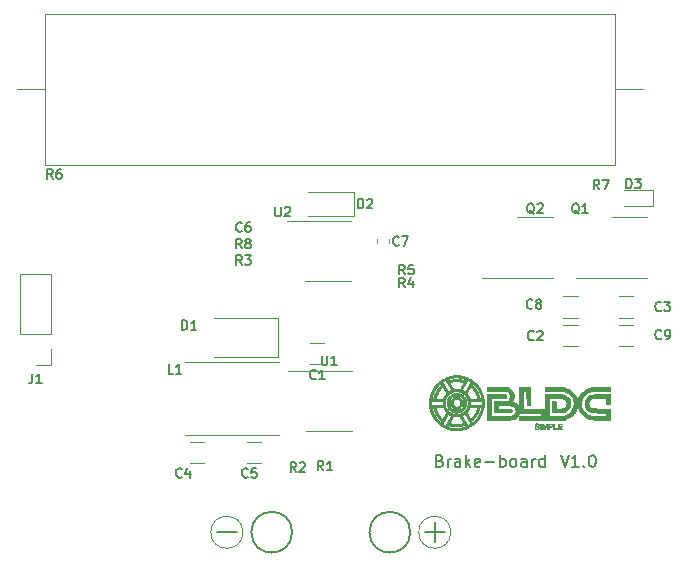
<source format=gbr>
%TF.GenerationSoftware,KiCad,Pcbnew,(5.1.6)-1*%
%TF.CreationDate,2022-02-05T23:25:30+08:00*%
%TF.ProjectId,brake_board,6272616b-655f-4626-9f61-72642e6b6963,rev?*%
%TF.SameCoordinates,Original*%
%TF.FileFunction,Legend,Top*%
%TF.FilePolarity,Positive*%
%FSLAX46Y46*%
G04 Gerber Fmt 4.6, Leading zero omitted, Abs format (unit mm)*
G04 Created by KiCad (PCBNEW (5.1.6)-1) date 2022-02-05 23:25:30*
%MOMM*%
%LPD*%
G01*
G04 APERTURE LIST*
%ADD10C,0.120000*%
%ADD11C,0.150000*%
%ADD12C,0.010000*%
%ADD13C,0.130000*%
G04 APERTURE END LIST*
D10*
X40160147Y3500000D02*
G75*
G03*
X40160147Y3500000I-1360147J0D01*
G01*
D11*
X37961904Y3542858D02*
X39638095Y3542858D01*
X38800000Y2704762D02*
X38800000Y4380953D01*
X20361904Y3542858D02*
X22038095Y3542858D01*
D10*
X22560147Y3500000D02*
G75*
G03*
X22560147Y3500000I-1360147J0D01*
G01*
D11*
X49476190Y10047620D02*
X49809523Y9047620D01*
X50142857Y10047620D01*
X51000000Y9047620D02*
X50428571Y9047620D01*
X50714285Y9047620D02*
X50714285Y10047620D01*
X50619047Y9904762D01*
X50523809Y9809524D01*
X50428571Y9761905D01*
X51428571Y9142858D02*
X51476190Y9095239D01*
X51428571Y9047620D01*
X51380952Y9095239D01*
X51428571Y9142858D01*
X51428571Y9047620D01*
X52095238Y10047620D02*
X52190476Y10047620D01*
X52285714Y10000000D01*
X52333333Y9952381D01*
X52380952Y9857143D01*
X52428571Y9666667D01*
X52428571Y9428572D01*
X52380952Y9238096D01*
X52333333Y9142858D01*
X52285714Y9095239D01*
X52190476Y9047620D01*
X52095238Y9047620D01*
X52000000Y9095239D01*
X51952380Y9142858D01*
X51904761Y9238096D01*
X51857142Y9428572D01*
X51857142Y9666667D01*
X51904761Y9857143D01*
X51952380Y9952381D01*
X52000000Y10000000D01*
X52095238Y10047620D01*
X39238095Y9571429D02*
X39380952Y9523810D01*
X39428571Y9476191D01*
X39476190Y9380953D01*
X39476190Y9238096D01*
X39428571Y9142858D01*
X39380952Y9095239D01*
X39285714Y9047620D01*
X38904761Y9047620D01*
X38904761Y10047620D01*
X39238095Y10047620D01*
X39333333Y10000000D01*
X39380952Y9952381D01*
X39428571Y9857143D01*
X39428571Y9761905D01*
X39380952Y9666667D01*
X39333333Y9619048D01*
X39238095Y9571429D01*
X38904761Y9571429D01*
X39904761Y9047620D02*
X39904761Y9714286D01*
X39904761Y9523810D02*
X39952380Y9619048D01*
X40000000Y9666667D01*
X40095238Y9714286D01*
X40190476Y9714286D01*
X40952380Y9047620D02*
X40952380Y9571429D01*
X40904761Y9666667D01*
X40809523Y9714286D01*
X40619047Y9714286D01*
X40523809Y9666667D01*
X40952380Y9095239D02*
X40857142Y9047620D01*
X40619047Y9047620D01*
X40523809Y9095239D01*
X40476190Y9190477D01*
X40476190Y9285715D01*
X40523809Y9380953D01*
X40619047Y9428572D01*
X40857142Y9428572D01*
X40952380Y9476191D01*
X41428571Y9047620D02*
X41428571Y10047620D01*
X41523809Y9428572D02*
X41809523Y9047620D01*
X41809523Y9714286D02*
X41428571Y9333334D01*
X42619047Y9095239D02*
X42523809Y9047620D01*
X42333333Y9047620D01*
X42238095Y9095239D01*
X42190476Y9190477D01*
X42190476Y9571429D01*
X42238095Y9666667D01*
X42333333Y9714286D01*
X42523809Y9714286D01*
X42619047Y9666667D01*
X42666666Y9571429D01*
X42666666Y9476191D01*
X42190476Y9380953D01*
X43095238Y9428572D02*
X43857142Y9428572D01*
X44333333Y9047620D02*
X44333333Y10047620D01*
X44333333Y9666667D02*
X44428571Y9714286D01*
X44619047Y9714286D01*
X44714285Y9666667D01*
X44761904Y9619048D01*
X44809523Y9523810D01*
X44809523Y9238096D01*
X44761904Y9142858D01*
X44714285Y9095239D01*
X44619047Y9047620D01*
X44428571Y9047620D01*
X44333333Y9095239D01*
X45380952Y9047620D02*
X45285714Y9095239D01*
X45238095Y9142858D01*
X45190476Y9238096D01*
X45190476Y9523810D01*
X45238095Y9619048D01*
X45285714Y9666667D01*
X45380952Y9714286D01*
X45523809Y9714286D01*
X45619047Y9666667D01*
X45666666Y9619048D01*
X45714285Y9523810D01*
X45714285Y9238096D01*
X45666666Y9142858D01*
X45619047Y9095239D01*
X45523809Y9047620D01*
X45380952Y9047620D01*
X46571428Y9047620D02*
X46571428Y9571429D01*
X46523809Y9666667D01*
X46428571Y9714286D01*
X46238095Y9714286D01*
X46142857Y9666667D01*
X46571428Y9095239D02*
X46476190Y9047620D01*
X46238095Y9047620D01*
X46142857Y9095239D01*
X46095238Y9190477D01*
X46095238Y9285715D01*
X46142857Y9380953D01*
X46238095Y9428572D01*
X46476190Y9428572D01*
X46571428Y9476191D01*
X47047619Y9047620D02*
X47047619Y9714286D01*
X47047619Y9523810D02*
X47095238Y9619048D01*
X47142857Y9666667D01*
X47238095Y9714286D01*
X47333333Y9714286D01*
X48095238Y9047620D02*
X48095238Y10047620D01*
X48095238Y9095239D02*
X48000000Y9047620D01*
X47809523Y9047620D01*
X47714285Y9095239D01*
X47666666Y9142858D01*
X47619047Y9238096D01*
X47619047Y9523810D01*
X47666666Y9619048D01*
X47714285Y9666667D01*
X47809523Y9714286D01*
X48000000Y9714286D01*
X48095238Y9666667D01*
%TO.C,POS1*%
X36726268Y3506000D02*
G75*
G03*
X36726268Y3506000I-1726268J0D01*
G01*
%TO.C,NEG1*%
X26726268Y3506000D02*
G75*
G03*
X26726268Y3506000I-1726268J0D01*
G01*
D10*
%TO.C,U2*%
X29732000Y29877000D02*
X26282000Y29877000D01*
X29732000Y29877000D02*
X31682000Y29877000D01*
X29732000Y24757000D02*
X27782000Y24757000D01*
X29732000Y24757000D02*
X31682000Y24757000D01*
%TO.C,U1*%
X29859000Y17179000D02*
X26409000Y17179000D01*
X29859000Y17179000D02*
X31809000Y17179000D01*
X29859000Y12059000D02*
X27909000Y12059000D01*
X29859000Y12059000D02*
X31809000Y12059000D01*
%TO.C,R6*%
X56440000Y41000000D02*
X54060000Y41000000D01*
X3440000Y41000000D02*
X5820000Y41000000D01*
X54060000Y47370000D02*
X5820000Y47370000D01*
X54060000Y34630000D02*
X54060000Y47370000D01*
X5820000Y34630000D02*
X54060000Y34630000D01*
X5820000Y47370000D02*
X5820000Y34630000D01*
%TO.C,Q2*%
X42796000Y25019000D02*
X48796000Y25019000D01*
X45796000Y30219000D02*
X48796000Y30219000D01*
%TO.C,Q1*%
X50796000Y25019000D02*
X56796000Y25019000D01*
X53796000Y30219000D02*
X56796000Y30219000D01*
%TO.C,L1*%
X25622000Y17909000D02*
X17622000Y17909000D01*
X25622000Y11709000D02*
X17622000Y11709000D01*
%TO.C,J1*%
X6330000Y17670000D02*
X5000000Y17670000D01*
X6330000Y19000000D02*
X6330000Y17670000D01*
X6330000Y20270000D02*
X3670000Y20270000D01*
X3670000Y20270000D02*
X3670000Y25410000D01*
X6330000Y20270000D02*
X6330000Y25410000D01*
X6330000Y25410000D02*
X3670000Y25410000D01*
D12*
%TO.C,H6*%
G36*
X40735117Y15288960D02*
G01*
X40812078Y15279867D01*
X40885016Y15260949D01*
X40957089Y15234762D01*
X41036041Y15200489D01*
X41100439Y15162495D01*
X41163324Y15111722D01*
X41235512Y15041391D01*
X41292761Y14980541D01*
X41337789Y14928228D01*
X41364575Y14891697D01*
X41369384Y14880363D01*
X41377889Y14847020D01*
X41398361Y14800600D01*
X41398571Y14800195D01*
X41419387Y14750458D01*
X41427879Y14711192D01*
X41438222Y14675836D01*
X41447538Y14666077D01*
X41456069Y14642414D01*
X41462702Y14588912D01*
X41466515Y14514800D01*
X41467076Y14470692D01*
X41465116Y14389445D01*
X41459851Y14323959D01*
X41452202Y14283461D01*
X41447538Y14275308D01*
X41430308Y14247388D01*
X41427879Y14230193D01*
X41419053Y14189911D01*
X41398571Y14141190D01*
X41377999Y14094344D01*
X41369384Y14060024D01*
X41369384Y14059916D01*
X41356515Y14035368D01*
X41322101Y13991185D01*
X41272432Y13935159D01*
X41247269Y13908662D01*
X41114140Y13792464D01*
X40968635Y13708827D01*
X40800700Y13652051D01*
X40790181Y13649491D01*
X40687464Y13629575D01*
X40601763Y13625969D01*
X40514546Y13638752D01*
X40466155Y13650882D01*
X40332617Y13697408D01*
X40210016Y13758909D01*
X40110200Y13829062D01*
X40081065Y13856308D01*
X40035819Y13899117D01*
X39999142Y13927103D01*
X39984440Y13933385D01*
X39965162Y13949200D01*
X39962615Y13963081D01*
X39952837Y13997302D01*
X39928345Y14047308D01*
X39917531Y14065657D01*
X39855198Y14196947D01*
X40050911Y14196947D01*
X40056210Y14175382D01*
X40062545Y14162961D01*
X40085312Y14125712D01*
X40099583Y14109231D01*
X40117169Y14086597D01*
X40141696Y14044276D01*
X40144643Y14038596D01*
X40183993Y13988698D01*
X40238375Y13948207D01*
X40244232Y13945266D01*
X40291491Y13919600D01*
X40321569Y13897319D01*
X40324400Y13893785D01*
X40352610Y13875573D01*
X40359938Y13874769D01*
X40375317Y13891760D01*
X40376634Y13932100D01*
X40548769Y13932100D01*
X40561417Y13866868D01*
X40596312Y13827931D01*
X40642891Y13819867D01*
X40678375Y13829599D01*
X40695161Y13855907D01*
X40701371Y13899192D01*
X40704901Y13941851D01*
X40880923Y13941851D01*
X40886044Y13893865D01*
X40905358Y13877451D01*
X40944793Y13890440D01*
X40974418Y13907596D01*
X41065900Y13976484D01*
X41145320Y14058909D01*
X41195647Y14133654D01*
X41233409Y14206923D01*
X41153590Y14206923D01*
X41107223Y14203482D01*
X41068809Y14188855D01*
X41026854Y14156587D01*
X40977346Y14107928D01*
X40923144Y14048180D01*
X40893316Y14002435D01*
X40881779Y13960213D01*
X40880923Y13941851D01*
X40704901Y13941851D01*
X40707435Y13972461D01*
X40628102Y13972461D01*
X40576665Y13969393D01*
X40553687Y13956668D01*
X40548769Y13932100D01*
X40376634Y13932100D01*
X40377014Y13943732D01*
X40376001Y13955760D01*
X40364158Y14012475D01*
X40335678Y14063317D01*
X40283191Y14121837D01*
X40229867Y14171086D01*
X40187493Y14196880D01*
X40142538Y14206221D01*
X40118749Y14206923D01*
X40069174Y14205440D01*
X40050911Y14196947D01*
X39855198Y14196947D01*
X39845158Y14218093D01*
X39807973Y14380336D01*
X39807324Y14439485D01*
X39986429Y14439485D01*
X40009996Y14411397D01*
X40065444Y14402350D01*
X40071230Y14402308D01*
X40116298Y14405409D01*
X40134782Y14422696D01*
X40138454Y14466144D01*
X40138454Y14466672D01*
X40324076Y14466672D01*
X40324076Y14319779D01*
X40417395Y14235292D01*
X40500912Y14171614D01*
X40577163Y14140996D01*
X40653839Y14140395D01*
X40656230Y14140810D01*
X40705215Y14146934D01*
X40726520Y14148041D01*
X40756504Y14160619D01*
X40803601Y14193131D01*
X40851184Y14232902D01*
X40903823Y14283787D01*
X40933508Y14325073D01*
X40948215Y14371043D01*
X40954239Y14417457D01*
X40956878Y14470692D01*
X41144692Y14470692D01*
X41147855Y14424803D01*
X41164589Y14405981D01*
X41205756Y14402308D01*
X41207039Y14402308D01*
X41254199Y14408204D01*
X41281810Y14422442D01*
X41282147Y14422957D01*
X41287613Y14456349D01*
X41282928Y14491341D01*
X41265817Y14525732D01*
X41229650Y14538260D01*
X41207820Y14539077D01*
X41165467Y14535671D01*
X41148095Y14517503D01*
X41144693Y14472644D01*
X41144692Y14470692D01*
X40956878Y14470692D01*
X40957615Y14485556D01*
X40955253Y14544610D01*
X40952028Y14564502D01*
X40921327Y14626276D01*
X40865282Y14690718D01*
X40795200Y14746946D01*
X40724711Y14783274D01*
X40665020Y14800995D01*
X40618338Y14802352D01*
X40562304Y14787589D01*
X40555029Y14785135D01*
X40489439Y14753290D01*
X40421700Y14706261D01*
X40397735Y14685101D01*
X40360173Y14646857D01*
X40338207Y14614672D01*
X40327655Y14576145D01*
X40324336Y14518878D01*
X40324076Y14466672D01*
X40138454Y14466672D01*
X40138461Y14470692D01*
X40135429Y14516528D01*
X40118387Y14535326D01*
X40075418Y14539069D01*
X40070449Y14539077D01*
X40021691Y14533803D01*
X39997826Y14512660D01*
X39990455Y14491341D01*
X39986429Y14439485D01*
X39807324Y14439485D01*
X39806155Y14545813D01*
X39839884Y14707950D01*
X39846770Y14723773D01*
X40040769Y14723773D01*
X40058188Y14718377D01*
X40101989Y14715276D01*
X40123807Y14714979D01*
X40181879Y14719733D01*
X40218718Y14739351D01*
X40245449Y14772654D01*
X40284432Y14819247D01*
X40325402Y14852385D01*
X40326707Y14853100D01*
X40356759Y14880954D01*
X40373015Y14930654D01*
X40377469Y14966387D01*
X40380594Y15012885D01*
X40549390Y15012885D01*
X40554094Y14984434D01*
X40576392Y14971794D01*
X40626923Y14968923D01*
X40677348Y14971664D01*
X40699755Y14984289D01*
X40700654Y14989223D01*
X40880923Y14989223D01*
X40892020Y14928631D01*
X40920046Y14874488D01*
X40957098Y14839169D01*
X40981194Y14832154D01*
X41000009Y14817009D01*
X41026717Y14779911D01*
X41030569Y14773538D01*
X41058948Y14735414D01*
X41094168Y14718573D01*
X41148904Y14714923D01*
X41199880Y14717119D01*
X41229545Y14722645D01*
X41232615Y14725471D01*
X41218369Y14771482D01*
X41180574Y14832585D01*
X41126642Y14900030D01*
X41063986Y14965068D01*
X41000020Y15018951D01*
X40964226Y15042214D01*
X40916363Y15063292D01*
X40890900Y15055558D01*
X40881555Y15015014D01*
X40880923Y14989223D01*
X40700654Y14989223D01*
X40705063Y15013400D01*
X40705076Y15016171D01*
X40695926Y15084496D01*
X40667926Y15119565D01*
X40641640Y15125231D01*
X40594344Y15107748D01*
X40560438Y15063174D01*
X40549390Y15012885D01*
X40380594Y15012885D01*
X40381172Y15021470D01*
X40381284Y15057599D01*
X40379948Y15064288D01*
X40360619Y15061654D01*
X40319871Y15045745D01*
X40308562Y15040527D01*
X40240227Y14998475D01*
X40179080Y14944358D01*
X40137051Y14889495D01*
X40128065Y14869256D01*
X40111884Y14838779D01*
X40101204Y14832154D01*
X40084870Y14816799D01*
X40063274Y14781843D01*
X40045708Y14743951D01*
X40040769Y14723773D01*
X39846770Y14723773D01*
X39896392Y14837790D01*
X39926729Y14893436D01*
X39950476Y14938225D01*
X39996119Y15000848D01*
X40067740Y15070460D01*
X40155241Y15139034D01*
X40248523Y15198540D01*
X40325304Y15236195D01*
X40403158Y15264962D01*
X40472068Y15281780D01*
X40548586Y15289579D01*
X40636692Y15291308D01*
X40735117Y15288960D01*
G37*
X40735117Y15288960D02*
X40812078Y15279867D01*
X40885016Y15260949D01*
X40957089Y15234762D01*
X41036041Y15200489D01*
X41100439Y15162495D01*
X41163324Y15111722D01*
X41235512Y15041391D01*
X41292761Y14980541D01*
X41337789Y14928228D01*
X41364575Y14891697D01*
X41369384Y14880363D01*
X41377889Y14847020D01*
X41398361Y14800600D01*
X41398571Y14800195D01*
X41419387Y14750458D01*
X41427879Y14711192D01*
X41438222Y14675836D01*
X41447538Y14666077D01*
X41456069Y14642414D01*
X41462702Y14588912D01*
X41466515Y14514800D01*
X41467076Y14470692D01*
X41465116Y14389445D01*
X41459851Y14323959D01*
X41452202Y14283461D01*
X41447538Y14275308D01*
X41430308Y14247388D01*
X41427879Y14230193D01*
X41419053Y14189911D01*
X41398571Y14141190D01*
X41377999Y14094344D01*
X41369384Y14060024D01*
X41369384Y14059916D01*
X41356515Y14035368D01*
X41322101Y13991185D01*
X41272432Y13935159D01*
X41247269Y13908662D01*
X41114140Y13792464D01*
X40968635Y13708827D01*
X40800700Y13652051D01*
X40790181Y13649491D01*
X40687464Y13629575D01*
X40601763Y13625969D01*
X40514546Y13638752D01*
X40466155Y13650882D01*
X40332617Y13697408D01*
X40210016Y13758909D01*
X40110200Y13829062D01*
X40081065Y13856308D01*
X40035819Y13899117D01*
X39999142Y13927103D01*
X39984440Y13933385D01*
X39965162Y13949200D01*
X39962615Y13963081D01*
X39952837Y13997302D01*
X39928345Y14047308D01*
X39917531Y14065657D01*
X39855198Y14196947D01*
X40050911Y14196947D01*
X40056210Y14175382D01*
X40062545Y14162961D01*
X40085312Y14125712D01*
X40099583Y14109231D01*
X40117169Y14086597D01*
X40141696Y14044276D01*
X40144643Y14038596D01*
X40183993Y13988698D01*
X40238375Y13948207D01*
X40244232Y13945266D01*
X40291491Y13919600D01*
X40321569Y13897319D01*
X40324400Y13893785D01*
X40352610Y13875573D01*
X40359938Y13874769D01*
X40375317Y13891760D01*
X40376634Y13932100D01*
X40548769Y13932100D01*
X40561417Y13866868D01*
X40596312Y13827931D01*
X40642891Y13819867D01*
X40678375Y13829599D01*
X40695161Y13855907D01*
X40701371Y13899192D01*
X40704901Y13941851D01*
X40880923Y13941851D01*
X40886044Y13893865D01*
X40905358Y13877451D01*
X40944793Y13890440D01*
X40974418Y13907596D01*
X41065900Y13976484D01*
X41145320Y14058909D01*
X41195647Y14133654D01*
X41233409Y14206923D01*
X41153590Y14206923D01*
X41107223Y14203482D01*
X41068809Y14188855D01*
X41026854Y14156587D01*
X40977346Y14107928D01*
X40923144Y14048180D01*
X40893316Y14002435D01*
X40881779Y13960213D01*
X40880923Y13941851D01*
X40704901Y13941851D01*
X40707435Y13972461D01*
X40628102Y13972461D01*
X40576665Y13969393D01*
X40553687Y13956668D01*
X40548769Y13932100D01*
X40376634Y13932100D01*
X40377014Y13943732D01*
X40376001Y13955760D01*
X40364158Y14012475D01*
X40335678Y14063317D01*
X40283191Y14121837D01*
X40229867Y14171086D01*
X40187493Y14196880D01*
X40142538Y14206221D01*
X40118749Y14206923D01*
X40069174Y14205440D01*
X40050911Y14196947D01*
X39855198Y14196947D01*
X39845158Y14218093D01*
X39807973Y14380336D01*
X39807324Y14439485D01*
X39986429Y14439485D01*
X40009996Y14411397D01*
X40065444Y14402350D01*
X40071230Y14402308D01*
X40116298Y14405409D01*
X40134782Y14422696D01*
X40138454Y14466144D01*
X40138454Y14466672D01*
X40324076Y14466672D01*
X40324076Y14319779D01*
X40417395Y14235292D01*
X40500912Y14171614D01*
X40577163Y14140996D01*
X40653839Y14140395D01*
X40656230Y14140810D01*
X40705215Y14146934D01*
X40726520Y14148041D01*
X40756504Y14160619D01*
X40803601Y14193131D01*
X40851184Y14232902D01*
X40903823Y14283787D01*
X40933508Y14325073D01*
X40948215Y14371043D01*
X40954239Y14417457D01*
X40956878Y14470692D01*
X41144692Y14470692D01*
X41147855Y14424803D01*
X41164589Y14405981D01*
X41205756Y14402308D01*
X41207039Y14402308D01*
X41254199Y14408204D01*
X41281810Y14422442D01*
X41282147Y14422957D01*
X41287613Y14456349D01*
X41282928Y14491341D01*
X41265817Y14525732D01*
X41229650Y14538260D01*
X41207820Y14539077D01*
X41165467Y14535671D01*
X41148095Y14517503D01*
X41144693Y14472644D01*
X41144692Y14470692D01*
X40956878Y14470692D01*
X40957615Y14485556D01*
X40955253Y14544610D01*
X40952028Y14564502D01*
X40921327Y14626276D01*
X40865282Y14690718D01*
X40795200Y14746946D01*
X40724711Y14783274D01*
X40665020Y14800995D01*
X40618338Y14802352D01*
X40562304Y14787589D01*
X40555029Y14785135D01*
X40489439Y14753290D01*
X40421700Y14706261D01*
X40397735Y14685101D01*
X40360173Y14646857D01*
X40338207Y14614672D01*
X40327655Y14576145D01*
X40324336Y14518878D01*
X40324076Y14466672D01*
X40138454Y14466672D01*
X40138461Y14470692D01*
X40135429Y14516528D01*
X40118387Y14535326D01*
X40075418Y14539069D01*
X40070449Y14539077D01*
X40021691Y14533803D01*
X39997826Y14512660D01*
X39990455Y14491341D01*
X39986429Y14439485D01*
X39807324Y14439485D01*
X39806155Y14545813D01*
X39839884Y14707950D01*
X39846770Y14723773D01*
X40040769Y14723773D01*
X40058188Y14718377D01*
X40101989Y14715276D01*
X40123807Y14714979D01*
X40181879Y14719733D01*
X40218718Y14739351D01*
X40245449Y14772654D01*
X40284432Y14819247D01*
X40325402Y14852385D01*
X40326707Y14853100D01*
X40356759Y14880954D01*
X40373015Y14930654D01*
X40377469Y14966387D01*
X40380594Y15012885D01*
X40549390Y15012885D01*
X40554094Y14984434D01*
X40576392Y14971794D01*
X40626923Y14968923D01*
X40677348Y14971664D01*
X40699755Y14984289D01*
X40700654Y14989223D01*
X40880923Y14989223D01*
X40892020Y14928631D01*
X40920046Y14874488D01*
X40957098Y14839169D01*
X40981194Y14832154D01*
X41000009Y14817009D01*
X41026717Y14779911D01*
X41030569Y14773538D01*
X41058948Y14735414D01*
X41094168Y14718573D01*
X41148904Y14714923D01*
X41199880Y14717119D01*
X41229545Y14722645D01*
X41232615Y14725471D01*
X41218369Y14771482D01*
X41180574Y14832585D01*
X41126642Y14900030D01*
X41063986Y14965068D01*
X41000020Y15018951D01*
X40964226Y15042214D01*
X40916363Y15063292D01*
X40890900Y15055558D01*
X40881555Y15015014D01*
X40880923Y14989223D01*
X40700654Y14989223D01*
X40705063Y15013400D01*
X40705076Y15016171D01*
X40695926Y15084496D01*
X40667926Y15119565D01*
X40641640Y15125231D01*
X40594344Y15107748D01*
X40560438Y15063174D01*
X40549390Y15012885D01*
X40380594Y15012885D01*
X40381172Y15021470D01*
X40381284Y15057599D01*
X40379948Y15064288D01*
X40360619Y15061654D01*
X40319871Y15045745D01*
X40308562Y15040527D01*
X40240227Y14998475D01*
X40179080Y14944358D01*
X40137051Y14889495D01*
X40128065Y14869256D01*
X40111884Y14838779D01*
X40101204Y14832154D01*
X40084870Y14816799D01*
X40063274Y14781843D01*
X40045708Y14743951D01*
X40040769Y14723773D01*
X39846770Y14723773D01*
X39896392Y14837790D01*
X39926729Y14893436D01*
X39950476Y14938225D01*
X39996119Y15000848D01*
X40067740Y15070460D01*
X40155241Y15139034D01*
X40248523Y15198540D01*
X40325304Y15236195D01*
X40403158Y15264962D01*
X40472068Y15281780D01*
X40548586Y15289579D01*
X40636692Y15291308D01*
X40735117Y15288960D01*
G36*
X49130756Y15785694D02*
G01*
X49282439Y15784035D01*
X49417557Y15781331D01*
X49529595Y15777693D01*
X49612035Y15773236D01*
X49637911Y15770974D01*
X49866014Y15728494D01*
X50079863Y15652346D01*
X50275817Y15544954D01*
X50450233Y15408739D01*
X50599469Y15246124D01*
X50719881Y15059532D01*
X50726393Y15047077D01*
X50776177Y14941174D01*
X50818024Y14834195D01*
X50848423Y14736513D01*
X50863859Y14658506D01*
X50865076Y14637494D01*
X50869897Y14606050D01*
X50881637Y14606816D01*
X50896217Y14634504D01*
X50909558Y14683828D01*
X50912154Y14698499D01*
X50951465Y14848365D01*
X51020122Y15006413D01*
X51112627Y15163142D01*
X51223480Y15309049D01*
X51328482Y15417883D01*
X51499474Y15553215D01*
X51682464Y15655077D01*
X51882985Y15725893D01*
X52106566Y15768086D01*
X52135076Y15771327D01*
X52200957Y15776029D01*
X52299435Y15779971D01*
X52424036Y15783044D01*
X52568284Y15785136D01*
X52725706Y15786139D01*
X52889828Y15785943D01*
X52965461Y15785422D01*
X53610230Y15779769D01*
X53610230Y15467154D01*
X52799384Y15457080D01*
X52595894Y15454529D01*
X52427270Y15452096D01*
X52289306Y15449328D01*
X52177796Y15445771D01*
X52088533Y15440971D01*
X52017311Y15434474D01*
X51959923Y15425826D01*
X51912163Y15414573D01*
X51869825Y15400261D01*
X51828702Y15382436D01*
X51784588Y15360644D01*
X51752176Y15344065D01*
X51612425Y15253335D01*
X51482457Y15132415D01*
X51369865Y14990130D01*
X51282243Y14835308D01*
X51252935Y14763769D01*
X51217620Y14625533D01*
X51200972Y14468284D01*
X51203697Y14307711D01*
X51225879Y14162096D01*
X51290093Y13973704D01*
X51387550Y13802552D01*
X51515005Y13653456D01*
X51635681Y13553791D01*
X51714802Y13501243D01*
X51791426Y13458247D01*
X51870532Y13423883D01*
X51957101Y13397228D01*
X52056112Y13377362D01*
X52172545Y13363362D01*
X52311381Y13354307D01*
X52477599Y13349275D01*
X52676179Y13347344D01*
X52751815Y13347231D01*
X53307384Y13347231D01*
X53307384Y13640308D01*
X52761269Y13640308D01*
X52576302Y13640852D01*
X52425220Y13642877D01*
X52302844Y13646974D01*
X52203991Y13653733D01*
X52123482Y13663745D01*
X52056135Y13677600D01*
X51996768Y13695888D01*
X51940203Y13719201D01*
X51900297Y13738423D01*
X51810456Y13795675D01*
X51718869Y13874185D01*
X51637970Y13961921D01*
X51580193Y14046851D01*
X51578783Y14049546D01*
X51522088Y14195442D01*
X51493977Y14352242D01*
X51495706Y14507999D01*
X51518595Y14621129D01*
X51582692Y14768193D01*
X51678911Y14902493D01*
X51800734Y15017073D01*
X51941638Y15104972D01*
X51993382Y15127801D01*
X52023037Y15139121D01*
X52051931Y15148343D01*
X52084263Y15155689D01*
X52124230Y15161377D01*
X52176030Y15165629D01*
X52243860Y15168665D01*
X52331918Y15170705D01*
X52444401Y15171970D01*
X52585507Y15172679D01*
X52759434Y15173053D01*
X52858000Y15173181D01*
X53610230Y15174077D01*
X53615528Y14788192D01*
X53620826Y14402308D01*
X53307384Y14402308D01*
X53307384Y14853750D01*
X52696807Y14847836D01*
X52086230Y14841923D01*
X52013716Y14791788D01*
X51909701Y14699025D01*
X51840228Y14589222D01*
X51806316Y14464245D01*
X51802923Y14406439D01*
X51820556Y14294612D01*
X51868980Y14184506D01*
X51941484Y14088816D01*
X51995309Y14042494D01*
X52080234Y13982231D01*
X52845232Y13972461D01*
X53610230Y13962692D01*
X53620712Y13032228D01*
X52824164Y13039352D01*
X52615118Y13041348D01*
X52440742Y13043584D01*
X52296631Y13046547D01*
X52178379Y13050723D01*
X52081579Y13056598D01*
X52001825Y13064658D01*
X51934713Y13075390D01*
X51875835Y13089280D01*
X51820787Y13106814D01*
X51765161Y13128478D01*
X51704553Y13154759D01*
X51680341Y13165589D01*
X51491852Y13271059D01*
X51320801Y13408627D01*
X51171655Y13573528D01*
X51048880Y13760998D01*
X50975101Y13917791D01*
X50946374Y13998776D01*
X50922965Y14080013D01*
X50911022Y14137598D01*
X50901373Y14190261D01*
X50890846Y14222125D01*
X50886430Y14226461D01*
X50876605Y14208927D01*
X50863438Y14163279D01*
X50851605Y14108530D01*
X50832974Y14039240D01*
X50801247Y13949554D01*
X50761667Y13853584D01*
X50737273Y13800799D01*
X50690349Y13708752D01*
X50645779Y13635409D01*
X50594633Y13568555D01*
X50527978Y13495974D01*
X50476792Y13444562D01*
X50334284Y13317158D01*
X50190949Y13218928D01*
X50033647Y13141961D01*
X49888153Y13090141D01*
X49741615Y13044385D01*
X45970692Y13044385D01*
X45964985Y13195808D01*
X45959279Y13347231D01*
X47836615Y13347231D01*
X47836615Y13640308D01*
X45960923Y13640308D01*
X45960923Y13595197D01*
X45949626Y13550933D01*
X45919714Y13486463D01*
X45877155Y13411959D01*
X45827916Y13337592D01*
X45777964Y13273531D01*
X45761805Y13255828D01*
X45656344Y13171260D01*
X45524523Y13105194D01*
X45376533Y13062324D01*
X45322678Y13053652D01*
X45272197Y13049744D01*
X45187111Y13046141D01*
X45071893Y13042917D01*
X44931015Y13040145D01*
X44768948Y13037901D01*
X44590165Y13036257D01*
X44399137Y13035288D01*
X44200337Y13035067D01*
X44197576Y13035070D01*
X43225538Y13035984D01*
X43225538Y15185145D01*
X43995753Y15179611D01*
X44765967Y15174077D01*
X44816368Y15126710D01*
X44858903Y15063868D01*
X44865169Y14995176D01*
X44835164Y14929327D01*
X44816379Y14908829D01*
X44765989Y14861461D01*
X43538153Y14849635D01*
X43538153Y13347231D01*
X44373423Y13347708D01*
X44578346Y13348305D01*
X44764556Y13349802D01*
X44928665Y13352123D01*
X45067286Y13355193D01*
X45177033Y13358938D01*
X45254519Y13363281D01*
X45296356Y13368148D01*
X45296615Y13368206D01*
X45418325Y13414712D01*
X45518449Y13491153D01*
X45592343Y13592377D01*
X45635358Y13713228D01*
X45641328Y13750652D01*
X45639440Y13878936D01*
X45600978Y13995031D01*
X45537334Y14088499D01*
X45500442Y14130273D01*
X45465706Y14163874D01*
X45428510Y14190195D01*
X45384239Y14210129D01*
X45328277Y14224567D01*
X45256006Y14234403D01*
X45162812Y14240530D01*
X45044078Y14243840D01*
X44895189Y14245226D01*
X44725115Y14245571D01*
X44143846Y14246000D01*
X44143846Y13972461D01*
X44648930Y13972461D01*
X44822609Y13971565D01*
X44968615Y13968946D01*
X45084186Y13964710D01*
X45166557Y13958962D01*
X45212964Y13951807D01*
X45215958Y13950868D01*
X45277469Y13913017D01*
X45310768Y13858460D01*
X45317088Y13796174D01*
X45297668Y13735140D01*
X45253741Y13684334D01*
X45186544Y13652738D01*
X45174577Y13650218D01*
X45139894Y13647603D01*
X45071359Y13645548D01*
X44974191Y13644093D01*
X44853611Y13643283D01*
X44714839Y13643161D01*
X44563096Y13643771D01*
X44476000Y13644433D01*
X43841000Y13650077D01*
X43835761Y14114115D01*
X43830523Y14578154D01*
X44858728Y14578154D01*
X44965325Y14641654D01*
X45062848Y14720301D01*
X45130883Y14818069D01*
X45169232Y14928215D01*
X45177700Y15043996D01*
X45156090Y15158670D01*
X45104207Y15265492D01*
X45021854Y15357721D01*
X44986936Y15384517D01*
X44896076Y15447615D01*
X44060807Y15453103D01*
X43225538Y15458590D01*
X43225538Y15771535D01*
X44954692Y15760231D01*
X45064976Y15704339D01*
X45204787Y15612733D01*
X45324330Y15492747D01*
X45415305Y15352858D01*
X45421534Y15340154D01*
X45449988Y15277112D01*
X45467868Y15223993D01*
X45477588Y15167950D01*
X45481563Y15096138D01*
X45482230Y15017308D01*
X45481238Y14924080D01*
X45476598Y14857158D01*
X45465817Y14803791D01*
X45446402Y14751225D01*
X45418730Y14692526D01*
X45383099Y14619145D01*
X45363526Y14573881D01*
X45358470Y14549964D01*
X45366392Y14540621D01*
X45383805Y14539077D01*
X45416754Y14532540D01*
X45472303Y14515639D01*
X45521250Y14498343D01*
X45623837Y14445026D01*
X45728027Y14365344D01*
X45822332Y14269757D01*
X45895266Y14168719D01*
X45907211Y14146977D01*
X45960511Y14043535D01*
X45965601Y14911652D01*
X45970692Y15779769D01*
X46424961Y15779769D01*
X46553502Y15779168D01*
X46667935Y15777481D01*
X46762834Y15774884D01*
X46832776Y15771552D01*
X46872335Y15767658D01*
X46879230Y15765115D01*
X46879230Y14247207D01*
X46576384Y14255769D01*
X46566050Y15457385D01*
X46273538Y15457385D01*
X46273538Y13952923D01*
X48149230Y13952923D01*
X48149230Y15183846D01*
X48808653Y15183207D01*
X48972257Y15182537D01*
X49129277Y15180936D01*
X49273907Y15178533D01*
X49400341Y15175461D01*
X49502771Y15171850D01*
X49575392Y15167832D01*
X49602101Y15165297D01*
X49767494Y15126050D01*
X49914659Y15055948D01*
X50040714Y14959359D01*
X50142775Y14840652D01*
X50217961Y14704197D01*
X50263388Y14554361D01*
X50276175Y14395514D01*
X50253437Y14232024D01*
X50242870Y14194194D01*
X50186738Y14062777D01*
X50104446Y13937833D01*
X50004996Y13831456D01*
X49930874Y13775073D01*
X49867489Y13737449D01*
X49805946Y13708204D01*
X49740118Y13686304D01*
X49663881Y13670717D01*
X49571111Y13660410D01*
X49455683Y13654350D01*
X49311473Y13651503D01*
X49194538Y13650877D01*
X48764692Y13650077D01*
X48759451Y14115145D01*
X48754210Y14580214D01*
X48905990Y14574299D01*
X49057769Y14568385D01*
X49063162Y14270423D01*
X49068556Y13972461D01*
X49346470Y13972891D01*
X49482696Y13975105D01*
X49587380Y13982561D01*
X49667917Y13997196D01*
X49731703Y14020947D01*
X49786132Y14055749D01*
X49836237Y14101144D01*
X49910920Y14202203D01*
X49952966Y14316427D01*
X49962400Y14436249D01*
X49939249Y14554105D01*
X49883540Y14662428D01*
X49834048Y14720139D01*
X49796400Y14755674D01*
X49761021Y14784159D01*
X49723203Y14806372D01*
X49678237Y14823092D01*
X49621415Y14835099D01*
X49548027Y14843170D01*
X49453366Y14848086D01*
X49332722Y14850625D01*
X49181387Y14851566D01*
X49038858Y14851692D01*
X48461846Y14851692D01*
X48461846Y13347231D01*
X49017414Y13347231D01*
X49202634Y13347836D01*
X49353492Y13349785D01*
X49474686Y13353275D01*
X49570915Y13358504D01*
X49646877Y13365671D01*
X49707271Y13374974D01*
X49715914Y13376697D01*
X49912375Y13435697D01*
X50088120Y13525560D01*
X50240560Y13642959D01*
X50367104Y13784564D01*
X50465162Y13947048D01*
X50532144Y14127080D01*
X50565458Y14321334D01*
X50567023Y14470330D01*
X50537411Y14673427D01*
X50473056Y14859852D01*
X50375410Y15027660D01*
X50245927Y15174907D01*
X50086059Y15299648D01*
X49897258Y15399940D01*
X49861509Y15414769D01*
X49836426Y15422949D01*
X49803263Y15429824D01*
X49758276Y15435570D01*
X49697720Y15440367D01*
X49617850Y15444391D01*
X49514920Y15447820D01*
X49385186Y15450832D01*
X49224904Y15453605D01*
X49030327Y15456316D01*
X48969846Y15457080D01*
X48159000Y15467154D01*
X48159000Y15779769D01*
X48803769Y15785422D01*
X48969027Y15786194D01*
X49130756Y15785694D01*
G37*
X49130756Y15785694D02*
X49282439Y15784035D01*
X49417557Y15781331D01*
X49529595Y15777693D01*
X49612035Y15773236D01*
X49637911Y15770974D01*
X49866014Y15728494D01*
X50079863Y15652346D01*
X50275817Y15544954D01*
X50450233Y15408739D01*
X50599469Y15246124D01*
X50719881Y15059532D01*
X50726393Y15047077D01*
X50776177Y14941174D01*
X50818024Y14834195D01*
X50848423Y14736513D01*
X50863859Y14658506D01*
X50865076Y14637494D01*
X50869897Y14606050D01*
X50881637Y14606816D01*
X50896217Y14634504D01*
X50909558Y14683828D01*
X50912154Y14698499D01*
X50951465Y14848365D01*
X51020122Y15006413D01*
X51112627Y15163142D01*
X51223480Y15309049D01*
X51328482Y15417883D01*
X51499474Y15553215D01*
X51682464Y15655077D01*
X51882985Y15725893D01*
X52106566Y15768086D01*
X52135076Y15771327D01*
X52200957Y15776029D01*
X52299435Y15779971D01*
X52424036Y15783044D01*
X52568284Y15785136D01*
X52725706Y15786139D01*
X52889828Y15785943D01*
X52965461Y15785422D01*
X53610230Y15779769D01*
X53610230Y15467154D01*
X52799384Y15457080D01*
X52595894Y15454529D01*
X52427270Y15452096D01*
X52289306Y15449328D01*
X52177796Y15445771D01*
X52088533Y15440971D01*
X52017311Y15434474D01*
X51959923Y15425826D01*
X51912163Y15414573D01*
X51869825Y15400261D01*
X51828702Y15382436D01*
X51784588Y15360644D01*
X51752176Y15344065D01*
X51612425Y15253335D01*
X51482457Y15132415D01*
X51369865Y14990130D01*
X51282243Y14835308D01*
X51252935Y14763769D01*
X51217620Y14625533D01*
X51200972Y14468284D01*
X51203697Y14307711D01*
X51225879Y14162096D01*
X51290093Y13973704D01*
X51387550Y13802552D01*
X51515005Y13653456D01*
X51635681Y13553791D01*
X51714802Y13501243D01*
X51791426Y13458247D01*
X51870532Y13423883D01*
X51957101Y13397228D01*
X52056112Y13377362D01*
X52172545Y13363362D01*
X52311381Y13354307D01*
X52477599Y13349275D01*
X52676179Y13347344D01*
X52751815Y13347231D01*
X53307384Y13347231D01*
X53307384Y13640308D01*
X52761269Y13640308D01*
X52576302Y13640852D01*
X52425220Y13642877D01*
X52302844Y13646974D01*
X52203991Y13653733D01*
X52123482Y13663745D01*
X52056135Y13677600D01*
X51996768Y13695888D01*
X51940203Y13719201D01*
X51900297Y13738423D01*
X51810456Y13795675D01*
X51718869Y13874185D01*
X51637970Y13961921D01*
X51580193Y14046851D01*
X51578783Y14049546D01*
X51522088Y14195442D01*
X51493977Y14352242D01*
X51495706Y14507999D01*
X51518595Y14621129D01*
X51582692Y14768193D01*
X51678911Y14902493D01*
X51800734Y15017073D01*
X51941638Y15104972D01*
X51993382Y15127801D01*
X52023037Y15139121D01*
X52051931Y15148343D01*
X52084263Y15155689D01*
X52124230Y15161377D01*
X52176030Y15165629D01*
X52243860Y15168665D01*
X52331918Y15170705D01*
X52444401Y15171970D01*
X52585507Y15172679D01*
X52759434Y15173053D01*
X52858000Y15173181D01*
X53610230Y15174077D01*
X53615528Y14788192D01*
X53620826Y14402308D01*
X53307384Y14402308D01*
X53307384Y14853750D01*
X52696807Y14847836D01*
X52086230Y14841923D01*
X52013716Y14791788D01*
X51909701Y14699025D01*
X51840228Y14589222D01*
X51806316Y14464245D01*
X51802923Y14406439D01*
X51820556Y14294612D01*
X51868980Y14184506D01*
X51941484Y14088816D01*
X51995309Y14042494D01*
X52080234Y13982231D01*
X52845232Y13972461D01*
X53610230Y13962692D01*
X53620712Y13032228D01*
X52824164Y13039352D01*
X52615118Y13041348D01*
X52440742Y13043584D01*
X52296631Y13046547D01*
X52178379Y13050723D01*
X52081579Y13056598D01*
X52001825Y13064658D01*
X51934713Y13075390D01*
X51875835Y13089280D01*
X51820787Y13106814D01*
X51765161Y13128478D01*
X51704553Y13154759D01*
X51680341Y13165589D01*
X51491852Y13271059D01*
X51320801Y13408627D01*
X51171655Y13573528D01*
X51048880Y13760998D01*
X50975101Y13917791D01*
X50946374Y13998776D01*
X50922965Y14080013D01*
X50911022Y14137598D01*
X50901373Y14190261D01*
X50890846Y14222125D01*
X50886430Y14226461D01*
X50876605Y14208927D01*
X50863438Y14163279D01*
X50851605Y14108530D01*
X50832974Y14039240D01*
X50801247Y13949554D01*
X50761667Y13853584D01*
X50737273Y13800799D01*
X50690349Y13708752D01*
X50645779Y13635409D01*
X50594633Y13568555D01*
X50527978Y13495974D01*
X50476792Y13444562D01*
X50334284Y13317158D01*
X50190949Y13218928D01*
X50033647Y13141961D01*
X49888153Y13090141D01*
X49741615Y13044385D01*
X45970692Y13044385D01*
X45964985Y13195808D01*
X45959279Y13347231D01*
X47836615Y13347231D01*
X47836615Y13640308D01*
X45960923Y13640308D01*
X45960923Y13595197D01*
X45949626Y13550933D01*
X45919714Y13486463D01*
X45877155Y13411959D01*
X45827916Y13337592D01*
X45777964Y13273531D01*
X45761805Y13255828D01*
X45656344Y13171260D01*
X45524523Y13105194D01*
X45376533Y13062324D01*
X45322678Y13053652D01*
X45272197Y13049744D01*
X45187111Y13046141D01*
X45071893Y13042917D01*
X44931015Y13040145D01*
X44768948Y13037901D01*
X44590165Y13036257D01*
X44399137Y13035288D01*
X44200337Y13035067D01*
X44197576Y13035070D01*
X43225538Y13035984D01*
X43225538Y15185145D01*
X43995753Y15179611D01*
X44765967Y15174077D01*
X44816368Y15126710D01*
X44858903Y15063868D01*
X44865169Y14995176D01*
X44835164Y14929327D01*
X44816379Y14908829D01*
X44765989Y14861461D01*
X43538153Y14849635D01*
X43538153Y13347231D01*
X44373423Y13347708D01*
X44578346Y13348305D01*
X44764556Y13349802D01*
X44928665Y13352123D01*
X45067286Y13355193D01*
X45177033Y13358938D01*
X45254519Y13363281D01*
X45296356Y13368148D01*
X45296615Y13368206D01*
X45418325Y13414712D01*
X45518449Y13491153D01*
X45592343Y13592377D01*
X45635358Y13713228D01*
X45641328Y13750652D01*
X45639440Y13878936D01*
X45600978Y13995031D01*
X45537334Y14088499D01*
X45500442Y14130273D01*
X45465706Y14163874D01*
X45428510Y14190195D01*
X45384239Y14210129D01*
X45328277Y14224567D01*
X45256006Y14234403D01*
X45162812Y14240530D01*
X45044078Y14243840D01*
X44895189Y14245226D01*
X44725115Y14245571D01*
X44143846Y14246000D01*
X44143846Y13972461D01*
X44648930Y13972461D01*
X44822609Y13971565D01*
X44968615Y13968946D01*
X45084186Y13964710D01*
X45166557Y13958962D01*
X45212964Y13951807D01*
X45215958Y13950868D01*
X45277469Y13913017D01*
X45310768Y13858460D01*
X45317088Y13796174D01*
X45297668Y13735140D01*
X45253741Y13684334D01*
X45186544Y13652738D01*
X45174577Y13650218D01*
X45139894Y13647603D01*
X45071359Y13645548D01*
X44974191Y13644093D01*
X44853611Y13643283D01*
X44714839Y13643161D01*
X44563096Y13643771D01*
X44476000Y13644433D01*
X43841000Y13650077D01*
X43835761Y14114115D01*
X43830523Y14578154D01*
X44858728Y14578154D01*
X44965325Y14641654D01*
X45062848Y14720301D01*
X45130883Y14818069D01*
X45169232Y14928215D01*
X45177700Y15043996D01*
X45156090Y15158670D01*
X45104207Y15265492D01*
X45021854Y15357721D01*
X44986936Y15384517D01*
X44896076Y15447615D01*
X44060807Y15453103D01*
X43225538Y15458590D01*
X43225538Y15771535D01*
X44954692Y15760231D01*
X45064976Y15704339D01*
X45204787Y15612733D01*
X45324330Y15492747D01*
X45415305Y15352858D01*
X45421534Y15340154D01*
X45449988Y15277112D01*
X45467868Y15223993D01*
X45477588Y15167950D01*
X45481563Y15096138D01*
X45482230Y15017308D01*
X45481238Y14924080D01*
X45476598Y14857158D01*
X45465817Y14803791D01*
X45446402Y14751225D01*
X45418730Y14692526D01*
X45383099Y14619145D01*
X45363526Y14573881D01*
X45358470Y14549964D01*
X45366392Y14540621D01*
X45383805Y14539077D01*
X45416754Y14532540D01*
X45472303Y14515639D01*
X45521250Y14498343D01*
X45623837Y14445026D01*
X45728027Y14365344D01*
X45822332Y14269757D01*
X45895266Y14168719D01*
X45907211Y14146977D01*
X45960511Y14043535D01*
X45965601Y14911652D01*
X45970692Y15779769D01*
X46424961Y15779769D01*
X46553502Y15779168D01*
X46667935Y15777481D01*
X46762834Y15774884D01*
X46832776Y15771552D01*
X46872335Y15767658D01*
X46879230Y15765115D01*
X46879230Y14247207D01*
X46576384Y14255769D01*
X46566050Y15457385D01*
X46273538Y15457385D01*
X46273538Y13952923D01*
X48149230Y13952923D01*
X48149230Y15183846D01*
X48808653Y15183207D01*
X48972257Y15182537D01*
X49129277Y15180936D01*
X49273907Y15178533D01*
X49400341Y15175461D01*
X49502771Y15171850D01*
X49575392Y15167832D01*
X49602101Y15165297D01*
X49767494Y15126050D01*
X49914659Y15055948D01*
X50040714Y14959359D01*
X50142775Y14840652D01*
X50217961Y14704197D01*
X50263388Y14554361D01*
X50276175Y14395514D01*
X50253437Y14232024D01*
X50242870Y14194194D01*
X50186738Y14062777D01*
X50104446Y13937833D01*
X50004996Y13831456D01*
X49930874Y13775073D01*
X49867489Y13737449D01*
X49805946Y13708204D01*
X49740118Y13686304D01*
X49663881Y13670717D01*
X49571111Y13660410D01*
X49455683Y13654350D01*
X49311473Y13651503D01*
X49194538Y13650877D01*
X48764692Y13650077D01*
X48759451Y14115145D01*
X48754210Y14580214D01*
X48905990Y14574299D01*
X49057769Y14568385D01*
X49063162Y14270423D01*
X49068556Y13972461D01*
X49346470Y13972891D01*
X49482696Y13975105D01*
X49587380Y13982561D01*
X49667917Y13997196D01*
X49731703Y14020947D01*
X49786132Y14055749D01*
X49836237Y14101144D01*
X49910920Y14202203D01*
X49952966Y14316427D01*
X49962400Y14436249D01*
X49939249Y14554105D01*
X49883540Y14662428D01*
X49834048Y14720139D01*
X49796400Y14755674D01*
X49761021Y14784159D01*
X49723203Y14806372D01*
X49678237Y14823092D01*
X49621415Y14835099D01*
X49548027Y14843170D01*
X49453366Y14848086D01*
X49332722Y14850625D01*
X49181387Y14851566D01*
X49038858Y14851692D01*
X48461846Y14851692D01*
X48461846Y13347231D01*
X49017414Y13347231D01*
X49202634Y13347836D01*
X49353492Y13349785D01*
X49474686Y13353275D01*
X49570915Y13358504D01*
X49646877Y13365671D01*
X49707271Y13374974D01*
X49715914Y13376697D01*
X49912375Y13435697D01*
X50088120Y13525560D01*
X50240560Y13642959D01*
X50367104Y13784564D01*
X50465162Y13947048D01*
X50532144Y14127080D01*
X50565458Y14321334D01*
X50567023Y14470330D01*
X50537411Y14673427D01*
X50473056Y14859852D01*
X50375410Y15027660D01*
X50245927Y15174907D01*
X50086059Y15299648D01*
X49897258Y15399940D01*
X49861509Y15414769D01*
X49836426Y15422949D01*
X49803263Y15429824D01*
X49758276Y15435570D01*
X49697720Y15440367D01*
X49617850Y15444391D01*
X49514920Y15447820D01*
X49385186Y15450832D01*
X49224904Y15453605D01*
X49030327Y15456316D01*
X48969846Y15457080D01*
X48159000Y15467154D01*
X48159000Y15779769D01*
X48803769Y15785422D01*
X48969027Y15786194D01*
X49130756Y15785694D01*
G36*
X49485480Y12701319D02*
G01*
X49538917Y12697151D01*
X49566679Y12688843D01*
X49575445Y12675284D01*
X49575538Y12673154D01*
X49567495Y12657230D01*
X49538573Y12648117D01*
X49481587Y12644273D01*
X49438769Y12643846D01*
X49302000Y12643846D01*
X49302000Y12507077D01*
X49429000Y12507077D01*
X49500236Y12505120D01*
X49539829Y12498129D01*
X49555070Y12484421D01*
X49556000Y12477769D01*
X49547521Y12461330D01*
X49517225Y12452193D01*
X49457822Y12448676D01*
X49429000Y12448461D01*
X49302000Y12448461D01*
X49302000Y12292154D01*
X49448538Y12292154D01*
X49525833Y12290619D01*
X49571204Y12285071D01*
X49591719Y12274097D01*
X49595076Y12262846D01*
X49588433Y12248875D01*
X49564137Y12240034D01*
X49515637Y12235288D01*
X49436382Y12233603D01*
X49409461Y12233538D01*
X49223846Y12233538D01*
X49223846Y12702461D01*
X49399692Y12702461D01*
X49485480Y12701319D01*
G37*
X49485480Y12701319D02*
X49538917Y12697151D01*
X49566679Y12688843D01*
X49575445Y12675284D01*
X49575538Y12673154D01*
X49567495Y12657230D01*
X49538573Y12648117D01*
X49481587Y12644273D01*
X49438769Y12643846D01*
X49302000Y12643846D01*
X49302000Y12507077D01*
X49429000Y12507077D01*
X49500236Y12505120D01*
X49539829Y12498129D01*
X49555070Y12484421D01*
X49556000Y12477769D01*
X49547521Y12461330D01*
X49517225Y12452193D01*
X49457822Y12448676D01*
X49429000Y12448461D01*
X49302000Y12448461D01*
X49302000Y12292154D01*
X49448538Y12292154D01*
X49525833Y12290619D01*
X49571204Y12285071D01*
X49591719Y12274097D01*
X49595076Y12262846D01*
X49588433Y12248875D01*
X49564137Y12240034D01*
X49515637Y12235288D01*
X49436382Y12233603D01*
X49409461Y12233538D01*
X49223846Y12233538D01*
X49223846Y12702461D01*
X49399692Y12702461D01*
X49485480Y12701319D01*
G36*
X48909125Y12699889D02*
G01*
X48920431Y12687566D01*
X48926926Y12658585D01*
X48929927Y12606035D01*
X48930749Y12523008D01*
X48930769Y12497308D01*
X48930769Y12292154D01*
X49048000Y12292154D01*
X49116070Y12289903D01*
X49152617Y12281924D01*
X49164999Y12266377D01*
X49165230Y12262846D01*
X49157868Y12247809D01*
X49131156Y12238784D01*
X49078155Y12234471D01*
X49008923Y12233538D01*
X48852615Y12233538D01*
X48852615Y12468000D01*
X48852998Y12566973D01*
X48854868Y12633346D01*
X48859303Y12673596D01*
X48867383Y12694199D01*
X48880188Y12701628D01*
X48891692Y12702461D01*
X48909125Y12699889D01*
G37*
X48909125Y12699889D02*
X48920431Y12687566D01*
X48926926Y12658585D01*
X48929927Y12606035D01*
X48930749Y12523008D01*
X48930769Y12497308D01*
X48930769Y12292154D01*
X49048000Y12292154D01*
X49116070Y12289903D01*
X49152617Y12281924D01*
X49164999Y12266377D01*
X49165230Y12262846D01*
X49157868Y12247809D01*
X49131156Y12238784D01*
X49078155Y12234471D01*
X49008923Y12233538D01*
X48852615Y12233538D01*
X48852615Y12468000D01*
X48852998Y12566973D01*
X48854868Y12633346D01*
X48859303Y12673596D01*
X48867383Y12694199D01*
X48880188Y12701628D01*
X48891692Y12702461D01*
X48909125Y12699889D01*
G36*
X48564423Y12702162D02*
G01*
X48637029Y12700139D01*
X48695011Y12695095D01*
X48726591Y12688088D01*
X48727575Y12687508D01*
X48765027Y12642788D01*
X48784390Y12581212D01*
X48782471Y12536330D01*
X48749017Y12476269D01*
X48685052Y12440414D01*
X48594267Y12428923D01*
X48500923Y12428923D01*
X48500923Y12331231D01*
X48498865Y12272634D01*
X48490133Y12243410D01*
X48470884Y12233956D01*
X48461846Y12233538D01*
X48445350Y12235839D01*
X48434288Y12247057D01*
X48427580Y12273668D01*
X48424146Y12322149D01*
X48422908Y12398974D01*
X48422769Y12468000D01*
X48422769Y12643846D01*
X48500923Y12643846D01*
X48500923Y12565692D01*
X48502965Y12515657D01*
X48515792Y12493422D01*
X48549448Y12487717D01*
X48570592Y12487538D01*
X48629181Y12493161D01*
X48676158Y12506793D01*
X48678053Y12507764D01*
X48710328Y12543449D01*
X48711491Y12589693D01*
X48692400Y12620400D01*
X48659293Y12635028D01*
X48604899Y12643216D01*
X48584938Y12643846D01*
X48500923Y12643846D01*
X48422769Y12643846D01*
X48422769Y12702461D01*
X48564423Y12702162D01*
G37*
X48564423Y12702162D02*
X48637029Y12700139D01*
X48695011Y12695095D01*
X48726591Y12688088D01*
X48727575Y12687508D01*
X48765027Y12642788D01*
X48784390Y12581212D01*
X48782471Y12536330D01*
X48749017Y12476269D01*
X48685052Y12440414D01*
X48594267Y12428923D01*
X48500923Y12428923D01*
X48500923Y12331231D01*
X48498865Y12272634D01*
X48490133Y12243410D01*
X48470884Y12233956D01*
X48461846Y12233538D01*
X48445350Y12235839D01*
X48434288Y12247057D01*
X48427580Y12273668D01*
X48424146Y12322149D01*
X48422908Y12398974D01*
X48422769Y12468000D01*
X48422769Y12643846D01*
X48500923Y12643846D01*
X48500923Y12565692D01*
X48502965Y12515657D01*
X48515792Y12493422D01*
X48549448Y12487717D01*
X48570592Y12487538D01*
X48629181Y12493161D01*
X48676158Y12506793D01*
X48678053Y12507764D01*
X48710328Y12543449D01*
X48711491Y12589693D01*
X48692400Y12620400D01*
X48659293Y12635028D01*
X48604899Y12643216D01*
X48584938Y12643846D01*
X48500923Y12643846D01*
X48422769Y12643846D01*
X48422769Y12702461D01*
X48564423Y12702162D01*
G36*
X47927346Y12698875D02*
G01*
X47953222Y12692130D01*
X47974103Y12674220D01*
X47994521Y12637896D01*
X48019006Y12575910D01*
X48038109Y12521731D01*
X48065130Y12447231D01*
X48088595Y12389164D01*
X48105072Y12355716D01*
X48109779Y12350769D01*
X48120742Y12368104D01*
X48139869Y12414669D01*
X48163970Y12482302D01*
X48178538Y12526615D01*
X48205449Y12608583D01*
X48225534Y12660141D01*
X48243224Y12688299D01*
X48262949Y12700069D01*
X48289140Y12702461D01*
X48344615Y12702461D01*
X48344615Y12468000D01*
X48344231Y12369027D01*
X48342362Y12302654D01*
X48337927Y12262403D01*
X48329846Y12241801D01*
X48317042Y12234372D01*
X48305538Y12233538D01*
X48286723Y12236632D01*
X48275018Y12250933D01*
X48268631Y12283973D01*
X48265776Y12343281D01*
X48264919Y12404500D01*
X48263376Y12575461D01*
X48204309Y12403402D01*
X48175098Y12321720D01*
X48153085Y12271035D01*
X48134391Y12244873D01*
X48115136Y12236755D01*
X48104828Y12237325D01*
X48080819Y12249288D01*
X48057636Y12281906D01*
X48031508Y12341678D01*
X48010661Y12399615D01*
X47956908Y12555923D01*
X47955377Y12394731D01*
X47953832Y12315369D01*
X47949753Y12267339D01*
X47941188Y12242899D01*
X47926189Y12234311D01*
X47914769Y12233538D01*
X47898311Y12235828D01*
X47887260Y12247004D01*
X47880544Y12273522D01*
X47877094Y12321843D01*
X47875838Y12398423D01*
X47875692Y12469298D01*
X47875692Y12705057D01*
X47927346Y12698875D01*
G37*
X47927346Y12698875D02*
X47953222Y12692130D01*
X47974103Y12674220D01*
X47994521Y12637896D01*
X48019006Y12575910D01*
X48038109Y12521731D01*
X48065130Y12447231D01*
X48088595Y12389164D01*
X48105072Y12355716D01*
X48109779Y12350769D01*
X48120742Y12368104D01*
X48139869Y12414669D01*
X48163970Y12482302D01*
X48178538Y12526615D01*
X48205449Y12608583D01*
X48225534Y12660141D01*
X48243224Y12688299D01*
X48262949Y12700069D01*
X48289140Y12702461D01*
X48344615Y12702461D01*
X48344615Y12468000D01*
X48344231Y12369027D01*
X48342362Y12302654D01*
X48337927Y12262403D01*
X48329846Y12241801D01*
X48317042Y12234372D01*
X48305538Y12233538D01*
X48286723Y12236632D01*
X48275018Y12250933D01*
X48268631Y12283973D01*
X48265776Y12343281D01*
X48264919Y12404500D01*
X48263376Y12575461D01*
X48204309Y12403402D01*
X48175098Y12321720D01*
X48153085Y12271035D01*
X48134391Y12244873D01*
X48115136Y12236755D01*
X48104828Y12237325D01*
X48080819Y12249288D01*
X48057636Y12281906D01*
X48031508Y12341678D01*
X48010661Y12399615D01*
X47956908Y12555923D01*
X47955377Y12394731D01*
X47953832Y12315369D01*
X47949753Y12267339D01*
X47941188Y12242899D01*
X47926189Y12234311D01*
X47914769Y12233538D01*
X47898311Y12235828D01*
X47887260Y12247004D01*
X47880544Y12273522D01*
X47877094Y12321843D01*
X47875838Y12398423D01*
X47875692Y12469298D01*
X47875692Y12705057D01*
X47927346Y12698875D01*
G36*
X47755418Y12700161D02*
G01*
X47766480Y12688943D01*
X47773189Y12662331D01*
X47776622Y12613851D01*
X47777861Y12537026D01*
X47778000Y12468000D01*
X47777616Y12369027D01*
X47775746Y12302654D01*
X47771311Y12262403D01*
X47763231Y12241801D01*
X47750427Y12234372D01*
X47738923Y12233538D01*
X47722427Y12235839D01*
X47711365Y12247057D01*
X47704656Y12273668D01*
X47701223Y12322149D01*
X47699985Y12398974D01*
X47699846Y12468000D01*
X47700229Y12566973D01*
X47702099Y12633346D01*
X47706534Y12673596D01*
X47714614Y12694199D01*
X47727418Y12701628D01*
X47738923Y12702461D01*
X47755418Y12700161D01*
G37*
X47755418Y12700161D02*
X47766480Y12688943D01*
X47773189Y12662331D01*
X47776622Y12613851D01*
X47777861Y12537026D01*
X47778000Y12468000D01*
X47777616Y12369027D01*
X47775746Y12302654D01*
X47771311Y12262403D01*
X47763231Y12241801D01*
X47750427Y12234372D01*
X47738923Y12233538D01*
X47722427Y12235839D01*
X47711365Y12247057D01*
X47704656Y12273668D01*
X47701223Y12322149D01*
X47699985Y12398974D01*
X47699846Y12468000D01*
X47700229Y12566973D01*
X47702099Y12633346D01*
X47706534Y12673596D01*
X47714614Y12694199D01*
X47727418Y12701628D01*
X47738923Y12702461D01*
X47755418Y12700161D01*
G36*
X47477604Y12716976D02*
G01*
X47531877Y12699768D01*
X47567248Y12673303D01*
X47594315Y12635819D01*
X47608338Y12598323D01*
X47604577Y12571820D01*
X47589615Y12565692D01*
X47555865Y12579788D01*
X47525291Y12608026D01*
X47483088Y12637739D01*
X47428317Y12650294D01*
X47376771Y12644399D01*
X47346459Y12622679D01*
X47332179Y12582006D01*
X47350291Y12550082D01*
X47403437Y12523956D01*
X47445880Y12511660D01*
X47512016Y12491109D01*
X47566185Y12467567D01*
X47587500Y12453690D01*
X47615918Y12405467D01*
X47617252Y12347223D01*
X47595985Y12291080D01*
X47556601Y12249156D01*
X47506059Y12233538D01*
X47460258Y12229439D01*
X47442559Y12225464D01*
X47406285Y12224965D01*
X47357945Y12234843D01*
X47293044Y12269008D01*
X47256262Y12320789D01*
X47250461Y12354504D01*
X47262901Y12383335D01*
X47289812Y12387771D01*
X47315577Y12368354D01*
X47322632Y12351998D01*
X47350552Y12312667D01*
X47400393Y12290802D01*
X47458838Y12286988D01*
X47512566Y12301809D01*
X47548258Y12335850D01*
X47550980Y12341980D01*
X47551079Y12385626D01*
X47514018Y12418214D01*
X47440223Y12439370D01*
X47439836Y12439434D01*
X47356454Y12458698D01*
X47304030Y12485810D01*
X47274599Y12525185D01*
X47271581Y12532676D01*
X47264339Y12598113D01*
X47288590Y12653928D01*
X47337063Y12695454D01*
X47402491Y12718026D01*
X47477604Y12716976D01*
G37*
X47477604Y12716976D02*
X47531877Y12699768D01*
X47567248Y12673303D01*
X47594315Y12635819D01*
X47608338Y12598323D01*
X47604577Y12571820D01*
X47589615Y12565692D01*
X47555865Y12579788D01*
X47525291Y12608026D01*
X47483088Y12637739D01*
X47428317Y12650294D01*
X47376771Y12644399D01*
X47346459Y12622679D01*
X47332179Y12582006D01*
X47350291Y12550082D01*
X47403437Y12523956D01*
X47445880Y12511660D01*
X47512016Y12491109D01*
X47566185Y12467567D01*
X47587500Y12453690D01*
X47615918Y12405467D01*
X47617252Y12347223D01*
X47595985Y12291080D01*
X47556601Y12249156D01*
X47506059Y12233538D01*
X47460258Y12229439D01*
X47442559Y12225464D01*
X47406285Y12224965D01*
X47357945Y12234843D01*
X47293044Y12269008D01*
X47256262Y12320789D01*
X47250461Y12354504D01*
X47262901Y12383335D01*
X47289812Y12387771D01*
X47315577Y12368354D01*
X47322632Y12351998D01*
X47350552Y12312667D01*
X47400393Y12290802D01*
X47458838Y12286988D01*
X47512566Y12301809D01*
X47548258Y12335850D01*
X47550980Y12341980D01*
X47551079Y12385626D01*
X47514018Y12418214D01*
X47440223Y12439370D01*
X47439836Y12439434D01*
X47356454Y12458698D01*
X47304030Y12485810D01*
X47274599Y12525185D01*
X47271581Y12532676D01*
X47264339Y12598113D01*
X47288590Y12653928D01*
X47337063Y12695454D01*
X47402491Y12718026D01*
X47477604Y12716976D01*
G36*
X40702287Y16802083D02*
G01*
X40796726Y16794353D01*
X40898129Y16782845D01*
X40996802Y16768893D01*
X41083053Y16753831D01*
X41147189Y16738994D01*
X41174751Y16728925D01*
X41212474Y16715480D01*
X41269407Y16702004D01*
X41286995Y16698792D01*
X41340293Y16686331D01*
X41375107Y16671787D01*
X41380204Y16667069D01*
X41406586Y16652538D01*
X41432493Y16649231D01*
X41474937Y16639193D01*
X41542909Y16611596D01*
X41629201Y16570217D01*
X41726602Y16518831D01*
X41827901Y16461214D01*
X41925890Y16401143D01*
X41998797Y16352643D01*
X42115347Y16261697D01*
X42236797Y16149816D01*
X42355571Y16025421D01*
X42464091Y15896937D01*
X42554782Y15772788D01*
X42619507Y15662538D01*
X42652245Y15603913D01*
X42690420Y15545308D01*
X42720452Y15491692D01*
X42757059Y15408071D01*
X42797447Y15302379D01*
X42838818Y15182546D01*
X42878375Y15056505D01*
X42913324Y14932188D01*
X42929890Y14866066D01*
X42939165Y14803641D01*
X42945834Y14711846D01*
X42949896Y14600272D01*
X42951353Y14478507D01*
X42950205Y14356142D01*
X42946454Y14242766D01*
X42940101Y14147969D01*
X42931147Y14081341D01*
X42929808Y14075319D01*
X42907697Y13987253D01*
X42883081Y13896615D01*
X42858623Y13812410D01*
X42836982Y13743639D01*
X42820822Y13699306D01*
X42815655Y13689154D01*
X42802214Y13660604D01*
X42782699Y13608218D01*
X42768948Y13566976D01*
X42740773Y13497863D01*
X42695091Y13407006D01*
X42637582Y13304113D01*
X42573928Y13198895D01*
X42509810Y13101059D01*
X42450910Y13020315D01*
X42444000Y13011663D01*
X42399954Y12961169D01*
X42337518Y12894475D01*
X42265683Y12820677D01*
X42193445Y12748868D01*
X42129797Y12688144D01*
X42084988Y12648610D01*
X42033976Y12609695D01*
X41972856Y12566345D01*
X41910855Y12524676D01*
X41857202Y12490805D01*
X41821126Y12470849D01*
X41812489Y12468000D01*
X41785618Y12457047D01*
X41743435Y12429924D01*
X41732690Y12421965D01*
X41679189Y12387053D01*
X41628414Y12362630D01*
X41623384Y12360958D01*
X41575158Y12341176D01*
X41547817Y12324540D01*
X41510180Y12305829D01*
X41436667Y12280503D01*
X41329773Y12249345D01*
X41193538Y12213526D01*
X41124912Y12195174D01*
X41061528Y12176634D01*
X41047000Y12172004D01*
X41007195Y12164919D01*
X40937318Y12158227D01*
X40846372Y12152258D01*
X40743363Y12147348D01*
X40637293Y12143827D01*
X40537168Y12142030D01*
X40451992Y12142289D01*
X40390769Y12144937D01*
X40372923Y12147085D01*
X40287809Y12163198D01*
X40197315Y12182147D01*
X40111810Y12201555D01*
X40041667Y12219048D01*
X39997255Y12232250D01*
X39991923Y12234362D01*
X39952332Y12248837D01*
X39890297Y12268495D01*
X39836785Y12284099D01*
X39754195Y12312741D01*
X39670227Y12350326D01*
X39629470Y12372774D01*
X39575089Y12404066D01*
X39532903Y12424449D01*
X39517582Y12428923D01*
X39492380Y12440346D01*
X39490435Y12443577D01*
X39470357Y12460856D01*
X39428007Y12486357D01*
X39410884Y12495376D01*
X39409285Y12496348D01*
X39888023Y12496348D01*
X39892229Y12476125D01*
X39933452Y12451533D01*
X39950857Y12444264D01*
X40200650Y12365966D01*
X40459399Y12323086D01*
X40720232Y12316314D01*
X40959319Y12343146D01*
X41056868Y12363505D01*
X41157977Y12388648D01*
X41243257Y12413687D01*
X41255196Y12417725D01*
X41323230Y12443662D01*
X41360342Y12464946D01*
X41373530Y12486369D01*
X41373340Y12498618D01*
X41361533Y12553829D01*
X41341764Y12578307D01*
X41303650Y12580323D01*
X41276370Y12575849D01*
X41223497Y12562958D01*
X41187259Y12548773D01*
X41183769Y12546407D01*
X41141078Y12528215D01*
X41065258Y12513035D01*
X40962177Y12501363D01*
X40837702Y12493696D01*
X40697699Y12490530D01*
X40548036Y12492361D01*
X40545969Y12492423D01*
X40414608Y12497274D01*
X40313705Y12503556D01*
X40234643Y12512291D01*
X40168804Y12524503D01*
X40107571Y12541216D01*
X40091396Y12546407D01*
X40021514Y12568796D01*
X39979185Y12579130D01*
X39954937Y12577847D01*
X39939298Y12565386D01*
X39930870Y12553832D01*
X39902768Y12515060D01*
X39888023Y12496348D01*
X39409285Y12496348D01*
X39349966Y12532384D01*
X39284671Y12580705D01*
X39264345Y12597937D01*
X39219550Y12635535D01*
X39186451Y12659196D01*
X39176874Y12663369D01*
X39157577Y12677224D01*
X39153137Y12681340D01*
X39435076Y12681340D01*
X39450543Y12664591D01*
X39459500Y12663304D01*
X39488035Y12653736D01*
X39538089Y12628885D01*
X39591384Y12598513D01*
X39648153Y12565490D01*
X39687162Y12551193D01*
X39716575Y12559266D01*
X39744561Y12593354D01*
X39779285Y12657100D01*
X39795903Y12689774D01*
X39831059Y12754787D01*
X40040769Y12754787D01*
X40057389Y12744932D01*
X40094500Y12734073D01*
X40145477Y12721299D01*
X40213227Y12703049D01*
X40245923Y12693872D01*
X40322434Y12679453D01*
X40427408Y12669732D01*
X40550514Y12664692D01*
X40681425Y12664317D01*
X40809810Y12668590D01*
X40925339Y12677496D01*
X41017685Y12691017D01*
X41035982Y12695128D01*
X41125208Y12717901D01*
X41181465Y12736346D01*
X41209755Y12755380D01*
X41215076Y12779918D01*
X41202427Y12814879D01*
X41187601Y12844240D01*
X41160408Y12895022D01*
X41140196Y12929603D01*
X41134923Y12936923D01*
X41107125Y12974967D01*
X41070076Y13040162D01*
X41033969Y13112769D01*
X41007475Y13165608D01*
X40986197Y13201982D01*
X40979253Y13210461D01*
X40961365Y13232518D01*
X40934625Y13274141D01*
X40929673Y13282540D01*
X40902028Y13322614D01*
X40878116Y13332865D01*
X40855940Y13324779D01*
X40823376Y13318130D01*
X40762347Y13313989D01*
X40683379Y13312265D01*
X40596998Y13312867D01*
X40513729Y13315703D01*
X40444098Y13320685D01*
X40398631Y13327719D01*
X40395107Y13328759D01*
X40371351Y13316411D01*
X40335785Y13269467D01*
X40291275Y13192409D01*
X40250365Y13118253D01*
X40211274Y13052037D01*
X40181170Y13005801D01*
X40176282Y12999274D01*
X40149481Y12958646D01*
X40138461Y12929054D01*
X40128194Y12900407D01*
X40102383Y12854596D01*
X40089615Y12835034D01*
X40060109Y12789902D01*
X40042730Y12760015D01*
X40040769Y12754787D01*
X39831059Y12754787D01*
X39831856Y12756260D01*
X39866643Y12813532D01*
X39888711Y12844130D01*
X39914921Y12883386D01*
X39923538Y12910605D01*
X39935117Y12934626D01*
X39943076Y12936923D01*
X39960459Y12952728D01*
X39962615Y12965937D01*
X39972255Y12995394D01*
X39996643Y13045453D01*
X40028985Y13104112D01*
X40062484Y13159372D01*
X40090345Y13199234D01*
X40101093Y13210461D01*
X40116391Y13233209D01*
X40138474Y13278363D01*
X40146349Y13296639D01*
X40165097Y13346107D01*
X40167069Y13374472D01*
X40162764Y13380591D01*
X41103155Y13380591D01*
X41108145Y13361215D01*
X41127695Y13316599D01*
X41157244Y13255581D01*
X41192234Y13187001D01*
X41228104Y13119700D01*
X41260296Y13062516D01*
X41284249Y13024290D01*
X41291682Y13015077D01*
X41319137Y12979509D01*
X41347043Y12930584D01*
X41366077Y12885808D01*
X41369384Y12869226D01*
X41379723Y12842787D01*
X41388923Y12839231D01*
X41406746Y12823630D01*
X41408461Y12812855D01*
X41419273Y12782813D01*
X41446890Y12735147D01*
X41467959Y12704344D01*
X41506520Y12646742D01*
X41536767Y12593897D01*
X41545537Y12574655D01*
X41563617Y12527100D01*
X41676539Y12595192D01*
X41737431Y12629853D01*
X41787052Y12654393D01*
X41813884Y12663334D01*
X41834897Y12672368D01*
X41832116Y12701888D01*
X41804743Y12755724D01*
X41789453Y12780628D01*
X41750568Y12849023D01*
X41715539Y12921362D01*
X41710112Y12934319D01*
X41896116Y12934319D01*
X41936927Y12877006D01*
X41968671Y12839018D01*
X41993639Y12820149D01*
X41996307Y12819692D01*
X42017447Y12832808D01*
X42058208Y12867875D01*
X42111335Y12918474D01*
X42136631Y12943874D01*
X42226766Y13038352D01*
X42304431Y13124726D01*
X42365833Y13198414D01*
X42407179Y13254832D01*
X42424674Y13289400D01*
X42425005Y13292242D01*
X42436424Y13321969D01*
X42464824Y13368486D01*
X42483620Y13394673D01*
X42517552Y13443678D01*
X42538468Y13481897D01*
X42541692Y13493342D01*
X42554245Y13525270D01*
X42565212Y13538781D01*
X42584962Y13571437D01*
X42606085Y13624875D01*
X42612380Y13645266D01*
X42632459Y13710761D01*
X42659102Y13791494D01*
X42677856Y13845461D01*
X42703570Y13923928D01*
X42725610Y14002178D01*
X42735626Y14045731D01*
X42751570Y14128769D01*
X42676311Y14128769D01*
X42625934Y14125207D01*
X42601268Y14109093D01*
X42589765Y14075038D01*
X42551699Y13928833D01*
X42499373Y13777225D01*
X42437486Y13631309D01*
X42370737Y13502179D01*
X42304742Y13402107D01*
X42271252Y13355088D01*
X42251177Y13319215D01*
X42248615Y13309952D01*
X42236470Y13286061D01*
X42204701Y13243073D01*
X42162330Y13192767D01*
X42115447Y13138913D01*
X42078144Y13094127D01*
X42059753Y13069884D01*
X42034900Y13043160D01*
X41991202Y13005751D01*
X41969788Y12989236D01*
X41896116Y12934319D01*
X41710112Y12934319D01*
X41709178Y12936547D01*
X41687195Y12984423D01*
X41668953Y13012235D01*
X41664210Y13015077D01*
X41649499Y13031206D01*
X41622913Y13073876D01*
X41589714Y13134509D01*
X41583293Y13146961D01*
X41549160Y13211044D01*
X41520524Y13259865D01*
X41502800Y13284293D01*
X41501269Y13285359D01*
X41486652Y13307578D01*
X41486615Y13308803D01*
X41476454Y13333357D01*
X41450376Y13378139D01*
X41428000Y13412585D01*
X41394798Y13466996D01*
X41373553Y13511833D01*
X41369384Y13528892D01*
X41357840Y13537230D01*
X41321581Y13523007D01*
X41258163Y13485176D01*
X41240490Y13473691D01*
X41178802Y13432830D01*
X41130827Y13400409D01*
X41105071Y13382194D01*
X41103155Y13380591D01*
X40162764Y13380591D01*
X40151835Y13396125D01*
X40143127Y13404101D01*
X40102683Y13433381D01*
X40047696Y13465922D01*
X40036498Y13471805D01*
X39988172Y13502268D01*
X39956777Y13532568D01*
X39953055Y13539347D01*
X39940583Y13549122D01*
X39919050Y13528933D01*
X39889368Y13483157D01*
X39856576Y13429458D01*
X39830283Y13388833D01*
X39821392Y13376538D01*
X39803530Y13348633D01*
X39776161Y13299507D01*
X39760226Y13269077D01*
X39725367Y13202837D01*
X39683154Y13125340D01*
X39637973Y13044299D01*
X39594211Y12967425D01*
X39556255Y12902431D01*
X39528490Y12857031D01*
X39515744Y12839216D01*
X39497173Y12814113D01*
X39472204Y12769636D01*
X39449033Y12721826D01*
X39435858Y12686727D01*
X39435076Y12681340D01*
X39153137Y12681340D01*
X39115062Y12716633D01*
X39052556Y12778382D01*
X38973289Y12859258D01*
X38880490Y12956047D01*
X38843098Y12995538D01*
X38798486Y13049151D01*
X38760891Y13103000D01*
X38732572Y13148226D01*
X38691381Y13213125D01*
X38645663Y13284556D01*
X38640315Y13292870D01*
X38600507Y13357677D01*
X38570762Y13411724D01*
X38556328Y13445309D01*
X38555725Y13449177D01*
X38546966Y13482718D01*
X38525891Y13529904D01*
X38524337Y13532846D01*
X38476571Y13635613D01*
X38432003Y13754696D01*
X38396529Y13872839D01*
X38377461Y13962692D01*
X38353927Y14128769D01*
X38538764Y14128769D01*
X38548622Y14055500D01*
X38561279Y13975643D01*
X38577102Y13895598D01*
X38593576Y13826449D01*
X38608184Y13779276D01*
X38614063Y13767308D01*
X38627519Y13741193D01*
X38651213Y13688548D01*
X38680817Y13619103D01*
X38691962Y13592170D01*
X38733043Y13503740D01*
X38787852Y13401301D01*
X38846874Y13302256D01*
X38869250Y13267904D01*
X38924415Y13191403D01*
X38989241Y13110150D01*
X39058534Y13029667D01*
X39127100Y12955479D01*
X39189746Y12893110D01*
X39241277Y12848082D01*
X39276499Y12825921D01*
X39285781Y12824922D01*
X39310629Y12846758D01*
X39327363Y12874687D01*
X39348184Y12907668D01*
X39362803Y12917385D01*
X39356677Y12930195D01*
X39327666Y12964912D01*
X39280671Y13015964D01*
X39231170Y13067100D01*
X39170884Y13129483D01*
X39122463Y13182081D01*
X39091602Y13218546D01*
X39083384Y13231781D01*
X39071466Y13257204D01*
X39058935Y13272566D01*
X39033185Y13304439D01*
X38998089Y13353227D01*
X38985666Y13371520D01*
X38953315Y13415561D01*
X38928417Y13441695D01*
X38922192Y13444790D01*
X38910831Y13461527D01*
X38907538Y13489861D01*
X38900503Y13533342D01*
X38890089Y13553361D01*
X38852997Y13606590D01*
X38812535Y13686722D01*
X38773395Y13782429D01*
X38740270Y13882377D01*
X38719973Y13964085D01*
X38692455Y14102647D01*
X38875618Y14102647D01*
X38878065Y14094577D01*
X38889482Y14053268D01*
X38900109Y13994830D01*
X38901833Y13982231D01*
X38924147Y13892038D01*
X38968366Y13780902D01*
X39029959Y13656656D01*
X39104395Y13527132D01*
X39187141Y13400164D01*
X39273666Y13283584D01*
X39359439Y13185225D01*
X39367977Y13176515D01*
X39422001Y13124564D01*
X39454897Y13100097D01*
X39470827Y13100808D01*
X39474153Y13117716D01*
X39484807Y13146248D01*
X39512235Y13193753D01*
X39537653Y13231595D01*
X39579921Y13297166D01*
X39616266Y13363774D01*
X39629223Y13392724D01*
X39650663Y13438238D01*
X39669380Y13462970D01*
X39673185Y13464461D01*
X39687487Y13480241D01*
X39689076Y13492374D01*
X39701940Y13529229D01*
X39715298Y13546508D01*
X39765101Y13613418D01*
X39777110Y13676074D01*
X39765923Y13711135D01*
X39743077Y13745449D01*
X39727448Y13757538D01*
X39706349Y13774018D01*
X39674651Y13817804D01*
X39637455Y13880419D01*
X39599859Y13953385D01*
X39571722Y14016423D01*
X39525578Y14128769D01*
X39194929Y14128769D01*
X39074221Y14128509D01*
X38987412Y14127356D01*
X38929324Y14124753D01*
X38894780Y14120139D01*
X38878604Y14112956D01*
X38875618Y14102647D01*
X38692455Y14102647D01*
X38687267Y14128769D01*
X38538764Y14128769D01*
X38353927Y14128769D01*
X38353117Y14134483D01*
X38336913Y14279411D01*
X38328850Y14408350D01*
X38328857Y14420167D01*
X38496666Y14420167D01*
X38497909Y14381035D01*
X38505364Y14351851D01*
X38523435Y14331164D01*
X38556527Y14317527D01*
X38609044Y14309491D01*
X38685391Y14305608D01*
X38789971Y14304431D01*
X38927190Y14304510D01*
X39002436Y14304570D01*
X39483923Y14304524D01*
X39477602Y14470647D01*
X39477601Y14470692D01*
X39662303Y14470692D01*
X39666830Y14340317D01*
X39682390Y14233622D01*
X39711956Y14136051D01*
X39746882Y14056444D01*
X39770695Y14003966D01*
X39784958Y13965842D01*
X39786769Y13956939D01*
X39800405Y13932080D01*
X39836788Y13888378D01*
X39889135Y13832576D01*
X39950659Y13771420D01*
X40014575Y13711653D01*
X40074098Y13660022D01*
X40122443Y13623270D01*
X40179627Y13589220D01*
X40228855Y13567033D01*
X40250420Y13562154D01*
X40291112Y13553334D01*
X40305515Y13544342D01*
X40342939Y13525661D01*
X40408934Y13508611D01*
X40492999Y13495148D01*
X40584628Y13487226D01*
X40618318Y13486092D01*
X40695632Y13490241D01*
X40791547Y13503121D01*
X40887273Y13522111D01*
X40901626Y13525619D01*
X40983689Y13550704D01*
X41067150Y13583501D01*
X41143780Y13619844D01*
X41205349Y13655570D01*
X41222723Y13669615D01*
X41496384Y13669615D01*
X41545230Y13569998D01*
X41583940Y13496627D01*
X41626743Y13423484D01*
X41645616Y13394152D01*
X41754429Y13208463D01*
X41783585Y13146961D01*
X41802621Y13109124D01*
X41814562Y13093232D01*
X41814604Y13093231D01*
X41830498Y13106120D01*
X41866736Y13140382D01*
X41916383Y13189405D01*
X41932436Y13205577D01*
X41997267Y13276201D01*
X42060936Y13353799D01*
X42109763Y13421691D01*
X42110146Y13422289D01*
X42148987Y13481052D01*
X42182468Y13528192D01*
X42200376Y13550201D01*
X42224298Y13586898D01*
X42238293Y13621680D01*
X42255857Y13670288D01*
X42284325Y13739414D01*
X42317467Y13814456D01*
X42347186Y13877068D01*
X42362070Y13915386D01*
X42379903Y13972277D01*
X42385017Y13990636D01*
X42401231Y14048203D01*
X42414891Y14092314D01*
X42417864Y14100684D01*
X42416652Y14110907D01*
X42400799Y14118374D01*
X42365491Y14123488D01*
X42305914Y14126655D01*
X42217255Y14128280D01*
X42094699Y14128767D01*
X42084015Y14128769D01*
X41951411Y14128027D01*
X41853904Y14125618D01*
X41787539Y14121268D01*
X41748361Y14114702D01*
X41732415Y14105646D01*
X41731864Y14104346D01*
X41722041Y14066980D01*
X41713764Y14030961D01*
X41698551Y13993498D01*
X41666625Y13934026D01*
X41623583Y13862620D01*
X41599786Y13825808D01*
X41496384Y13669615D01*
X41222723Y13669615D01*
X41243625Y13686512D01*
X41252153Y13702993D01*
X41267712Y13720828D01*
X41305680Y13745083D01*
X41310769Y13747769D01*
X41350535Y13773356D01*
X41369187Y13795248D01*
X41369384Y13796894D01*
X41380839Y13824630D01*
X41403576Y13856649D01*
X41441730Y13902203D01*
X41479965Y13947702D01*
X41508464Y13996795D01*
X41538986Y14074006D01*
X41568611Y14168690D01*
X41594416Y14270204D01*
X41601146Y14304695D01*
X41789461Y14304695D01*
X42776153Y14304615D01*
X42776153Y14636769D01*
X41789461Y14636803D01*
X41789461Y14304695D01*
X41601146Y14304695D01*
X41613480Y14367903D01*
X41622881Y14451143D01*
X41623384Y14470203D01*
X41616943Y14548688D01*
X41599878Y14647646D01*
X41575572Y14752659D01*
X41547412Y14849309D01*
X41518783Y14923178D01*
X41515467Y14929846D01*
X41485220Y14977602D01*
X41444138Y15030523D01*
X41438223Y15037308D01*
X41399596Y15086605D01*
X41371807Y15132197D01*
X41369014Y15138486D01*
X41340597Y15174578D01*
X41292597Y15208824D01*
X41282476Y15213982D01*
X41238343Y15238535D01*
X41231315Y15244514D01*
X41501495Y15244514D01*
X41502516Y15243465D01*
X41521140Y15222629D01*
X41553753Y15179545D01*
X41585313Y15135000D01*
X41622934Y15081605D01*
X41652118Y15042278D01*
X41664592Y15027538D01*
X41676984Y15004459D01*
X41695592Y14956374D01*
X41715902Y14895851D01*
X41732992Y14837038D01*
X41745798Y14827649D01*
X41781239Y14820792D01*
X41843294Y14816188D01*
X41935941Y14813559D01*
X42063158Y14812627D01*
X42081925Y14812615D01*
X42192699Y14812879D01*
X42288523Y14813611D01*
X42363157Y14814722D01*
X42410358Y14816123D01*
X42424250Y14817500D01*
X42418223Y14839815D01*
X42403069Y14887964D01*
X42382436Y14950854D01*
X42359973Y15017388D01*
X42339328Y15076472D01*
X42336575Y15084112D01*
X42311221Y15145941D01*
X42284944Y15198025D01*
X42277039Y15210575D01*
X42254937Y15252458D01*
X42248615Y15278843D01*
X42238369Y15306156D01*
X42210784Y15357319D01*
X42170590Y15423931D01*
X42140987Y15469951D01*
X42076768Y15561917D01*
X42011144Y15646282D01*
X41948044Y15719113D01*
X41891397Y15776477D01*
X41845133Y15814440D01*
X41813181Y15829069D01*
X41799471Y15816430D01*
X41799230Y15812066D01*
X41787569Y15786857D01*
X41760153Y15750461D01*
X41732194Y15711406D01*
X41721076Y15682913D01*
X41711207Y15655232D01*
X41685689Y15606989D01*
X41659545Y15563787D01*
X41605250Y15474683D01*
X41559126Y15391734D01*
X41524345Y15321410D01*
X41504077Y15270181D01*
X41501495Y15244514D01*
X41231315Y15244514D01*
X41214464Y15258849D01*
X41213076Y15262633D01*
X41195664Y15286327D01*
X41148461Y15317545D01*
X41079017Y15352295D01*
X40994883Y15386587D01*
X40947521Y15403014D01*
X40776662Y15440413D01*
X40594325Y15448169D01*
X40414251Y15426490D01*
X40294866Y15393185D01*
X40225364Y15366238D01*
X40171873Y15341627D01*
X40143770Y15323779D01*
X40141815Y15320909D01*
X40119341Y15302173D01*
X40111088Y15301077D01*
X40083380Y15287338D01*
X40037716Y15250991D01*
X39981285Y15199338D01*
X39921279Y15139682D01*
X39864886Y15079327D01*
X39819296Y15025575D01*
X39791700Y14985730D01*
X39786769Y14971648D01*
X39777831Y14942368D01*
X39755584Y14895491D01*
X39747633Y14880896D01*
X39703793Y14784974D01*
X39676630Y14678538D01*
X39663929Y14550943D01*
X39662303Y14470692D01*
X39477601Y14470692D01*
X39471282Y14636769D01*
X38996116Y14636769D01*
X38843499Y14636953D01*
X38725516Y14636519D01*
X38637736Y14633993D01*
X38575726Y14627898D01*
X38535052Y14616760D01*
X38511283Y14599102D01*
X38499985Y14573449D01*
X38496727Y14538325D01*
X38497074Y14492255D01*
X38497230Y14470692D01*
X38496666Y14420167D01*
X38328857Y14420167D01*
X38328931Y14532178D01*
X38337156Y14661770D01*
X38353526Y14808002D01*
X38354176Y14812615D01*
X38542043Y14812615D01*
X38617329Y14812615D01*
X38665222Y14815051D01*
X38691119Y14821108D01*
X38692615Y14823208D01*
X38694408Y14834314D01*
X38875384Y14834314D01*
X38882986Y14825288D01*
X38905788Y14819173D01*
X38948971Y14815408D01*
X39017718Y14813436D01*
X39117208Y14812698D01*
X39194932Y14812615D01*
X39525583Y14812615D01*
X39582677Y14943750D01*
X39624060Y15027160D01*
X39674073Y15111774D01*
X39714339Y15169221D01*
X39760829Y15237198D01*
X39777061Y15289766D01*
X39764021Y15334987D01*
X39738435Y15366158D01*
X39718353Y15394137D01*
X39685818Y15447898D01*
X39646154Y15518421D01*
X39621861Y15563677D01*
X39580406Y15639920D01*
X39542868Y15704755D01*
X39514614Y15749115D01*
X39504583Y15761900D01*
X39477443Y15797039D01*
X39469473Y15813348D01*
X39452581Y15814246D01*
X39416791Y15794719D01*
X39370958Y15761849D01*
X39323938Y15722719D01*
X39284586Y15684411D01*
X39261760Y15654009D01*
X39259230Y15645201D01*
X39246744Y15619125D01*
X39214449Y15575970D01*
X39181076Y15537920D01*
X39138934Y15489629D01*
X39110559Y15451181D01*
X39102923Y15434611D01*
X39093707Y15408726D01*
X39069637Y15360262D01*
X39038577Y15304365D01*
X38966183Y15161584D01*
X38917687Y15025945D01*
X38901316Y14949385D01*
X38890635Y14892572D01*
X38878418Y14848408D01*
X38877802Y14846808D01*
X38875384Y14834314D01*
X38694408Y14834314D01*
X38696306Y14846070D01*
X38706090Y14897167D01*
X38720038Y14966492D01*
X38723665Y14984123D01*
X38745833Y15069378D01*
X38777274Y15162500D01*
X38813549Y15252661D01*
X38850220Y15329036D01*
X38882848Y15380798D01*
X38889255Y15388023D01*
X38906434Y15423525D01*
X38907538Y15434007D01*
X38919520Y15466190D01*
X38951983Y15520494D01*
X38999699Y15589614D01*
X39057441Y15666239D01*
X39119982Y15743063D01*
X39166222Y15795680D01*
X39212186Y15847883D01*
X39245392Y15889244D01*
X39258987Y15911200D01*
X39259029Y15911654D01*
X39274255Y15925911D01*
X39278769Y15926308D01*
X39305619Y15938926D01*
X39338161Y15966162D01*
X39378015Y16006016D01*
X39336831Y16063854D01*
X39306434Y16101844D01*
X39284597Y16120943D01*
X39282323Y16121484D01*
X39261048Y16108214D01*
X39219914Y16073062D01*
X39165859Y16022590D01*
X39105818Y15963360D01*
X39046728Y15901932D01*
X39023384Y15876526D01*
X38983782Y15828452D01*
X38935054Y15763126D01*
X38882303Y15688202D01*
X38830631Y15611333D01*
X38785141Y15540171D01*
X38750934Y15482369D01*
X38733114Y15445580D01*
X38731692Y15439032D01*
X38721784Y15407009D01*
X38703536Y15373659D01*
X38672904Y15314523D01*
X38638675Y15229945D01*
X38605101Y15132759D01*
X38576438Y15035804D01*
X38556940Y14951914D01*
X38551588Y14915192D01*
X38542043Y14812615D01*
X38354176Y14812615D01*
X38377587Y14978692D01*
X38395497Y15064363D01*
X38423804Y15162580D01*
X38458046Y15260553D01*
X38493759Y15345494D01*
X38525932Y15403834D01*
X38548824Y15447127D01*
X38555926Y15476386D01*
X38565879Y15507638D01*
X38591741Y15559478D01*
X38623636Y15613692D01*
X38666777Y15683707D01*
X38707667Y15752467D01*
X38730221Y15792085D01*
X38769988Y15851013D01*
X38821919Y15911898D01*
X38838358Y15928269D01*
X38878752Y15969570D01*
X38903674Y16001214D01*
X38907538Y16010412D01*
X38921023Y16030174D01*
X38956604Y16068726D01*
X39006971Y16119123D01*
X39064813Y16174421D01*
X39122819Y16227676D01*
X39155335Y16255976D01*
X39435076Y16255976D01*
X39444099Y16224916D01*
X39465510Y16178109D01*
X39490826Y16132182D01*
X39511563Y16103757D01*
X39513570Y16102154D01*
X39528781Y16081452D01*
X39556815Y16034743D01*
X39592536Y15970727D01*
X39606235Y15945221D01*
X39649897Y15865644D01*
X39694130Y15789193D01*
X39730501Y15730370D01*
X39735621Y15722687D01*
X39766305Y15672723D01*
X39784559Y15633829D01*
X39786769Y15623725D01*
X39798648Y15593128D01*
X39825846Y15555077D01*
X39853646Y15517870D01*
X39864923Y15492784D01*
X39874742Y15465410D01*
X39896967Y15426643D01*
X39929011Y15377737D01*
X39966113Y15417561D01*
X40001698Y15447092D01*
X40027614Y15457385D01*
X40056787Y15469132D01*
X40100332Y15498529D01*
X40116001Y15511115D01*
X40164742Y15552045D01*
X41095165Y15552045D01*
X41096213Y15550002D01*
X41116046Y15536488D01*
X41160044Y15507587D01*
X41219485Y15469018D01*
X41232615Y15460547D01*
X41297508Y15420127D01*
X41337115Y15400061D01*
X41357957Y15398002D01*
X41366557Y15411607D01*
X41366716Y15412338D01*
X41382223Y15453321D01*
X41405342Y15495647D01*
X41432003Y15534294D01*
X41450029Y15555077D01*
X41464187Y15575497D01*
X41491854Y15622762D01*
X41528545Y15689029D01*
X41556227Y15740692D01*
X41596744Y15815503D01*
X41631645Y15876691D01*
X41656325Y15916364D01*
X41664873Y15926992D01*
X41681590Y15950234D01*
X41704530Y15995733D01*
X41709002Y16006016D01*
X41895368Y16006016D01*
X41935222Y15966162D01*
X41970079Y15937162D01*
X41993621Y15926308D01*
X42015439Y15911943D01*
X42049412Y15875570D01*
X42066890Y15853477D01*
X42110636Y15799146D01*
X42153437Y15751901D01*
X42164500Y15741131D01*
X42205378Y15695322D01*
X42242653Y15641676D01*
X42272425Y15593273D01*
X42314146Y15528071D01*
X42351192Y15471653D01*
X42388310Y15413117D01*
X42414669Y15366268D01*
X42424461Y15341626D01*
X42432035Y15314067D01*
X42451601Y15263662D01*
X42471202Y15218573D01*
X42529986Y15080396D01*
X42569087Y14967642D01*
X42588794Y14885885D01*
X42600507Y14838050D01*
X42621116Y14817446D01*
X42664318Y14812673D01*
X42676824Y14812615D01*
X42751570Y14812615D01*
X42735626Y14895654D01*
X42719925Y14961037D01*
X42696346Y15041626D01*
X42678330Y15095923D01*
X42651098Y15173565D01*
X42624638Y15249710D01*
X42610341Y15291308D01*
X42580480Y15367229D01*
X42543277Y15445883D01*
X42506088Y15512546D01*
X42484015Y15544177D01*
X42461041Y15578757D01*
X42433044Y15629440D01*
X42428633Y15638209D01*
X42399509Y15685352D01*
X42352576Y15748425D01*
X42293365Y15821273D01*
X42227409Y15897739D01*
X42160239Y15971669D01*
X42097386Y16036909D01*
X42044381Y16087302D01*
X42006757Y16116693D01*
X41994136Y16121692D01*
X41973040Y16107250D01*
X41942298Y16071710D01*
X41936553Y16063854D01*
X41895368Y16006016D01*
X41709002Y16006016D01*
X41712355Y16013724D01*
X41746034Y16083021D01*
X41786349Y16151843D01*
X41791267Y16159229D01*
X41820180Y16206451D01*
X41836063Y16241527D01*
X41837174Y16248343D01*
X41820639Y16264314D01*
X41778957Y16291014D01*
X41722517Y16322918D01*
X41661706Y16354497D01*
X41606914Y16380225D01*
X41568527Y16394574D01*
X41559884Y16395882D01*
X41546259Y16379656D01*
X41545230Y16370547D01*
X41534928Y16342261D01*
X41508139Y16293539D01*
X41476846Y16244318D01*
X41440967Y16188001D01*
X41416205Y16143321D01*
X41408461Y16122463D01*
X41394058Y16102870D01*
X41388923Y16102154D01*
X41371700Y16086281D01*
X41369384Y16072159D01*
X41359175Y16036879D01*
X41334918Y15988155D01*
X41306171Y15943684D01*
X41290629Y15926308D01*
X41276553Y15905127D01*
X41250575Y15859087D01*
X41218921Y15799308D01*
X41181401Y15727641D01*
X41145245Y15660399D01*
X41122648Y15619838D01*
X41101627Y15577552D01*
X41095165Y15552045D01*
X40164742Y15552045D01*
X40179987Y15564846D01*
X40148668Y15639370D01*
X40116955Y15702450D01*
X40074848Y15771585D01*
X40059521Y15793725D01*
X40025957Y15844988D01*
X40005092Y15886347D01*
X40001692Y15899931D01*
X39990135Y15923993D01*
X39982153Y15926308D01*
X39964931Y15942180D01*
X39962615Y15956303D01*
X39951149Y15995525D01*
X39922508Y16048875D01*
X39885323Y16101142D01*
X39871642Y16116622D01*
X39851613Y16146189D01*
X39831455Y16182647D01*
X40054862Y16182647D01*
X40054891Y16158599D01*
X40075918Y16121372D01*
X40077119Y16119827D01*
X40111457Y16068157D01*
X40143725Y16007691D01*
X40145354Y16004133D01*
X40173596Y15947823D01*
X40212131Y15878345D01*
X40235812Y15838385D01*
X40272592Y15775627D01*
X40303193Y15718954D01*
X40315806Y15692486D01*
X40338867Y15644411D01*
X40364222Y15618230D01*
X40402498Y15609646D01*
X40464326Y15614361D01*
X40497665Y15618955D01*
X40621743Y15627224D01*
X40753316Y15620159D01*
X40763682Y15618884D01*
X40904141Y15600760D01*
X40949892Y15673234D01*
X40986958Y15737631D01*
X41019491Y15803165D01*
X41024017Y15813617D01*
X41053510Y15871878D01*
X41094155Y15938158D01*
X41110495Y15961737D01*
X41171403Y16055141D01*
X41201817Y16125398D01*
X41202052Y16173392D01*
X41191556Y16188767D01*
X41143538Y16215563D01*
X41064598Y16239731D01*
X40962856Y16260270D01*
X40846432Y16276181D01*
X40723446Y16286466D01*
X40602018Y16290124D01*
X40490269Y16286156D01*
X40441307Y16281099D01*
X40354246Y16267121D01*
X40263404Y16248472D01*
X40178359Y16227593D01*
X40108687Y16206923D01*
X40063965Y16188902D01*
X40054862Y16182647D01*
X39831455Y16182647D01*
X39822245Y16199304D01*
X39793235Y16257567D01*
X39760744Y16319206D01*
X39730212Y16365567D01*
X39709682Y16385605D01*
X39675392Y16382887D01*
X39632145Y16360544D01*
X39631528Y16360091D01*
X39578112Y16328655D01*
X39514540Y16301218D01*
X39508346Y16299108D01*
X39461888Y16279468D01*
X39436615Y16260352D01*
X39435076Y16255976D01*
X39155335Y16255976D01*
X39173680Y16271942D01*
X39210084Y16300277D01*
X39217500Y16304852D01*
X39256092Y16331760D01*
X39269000Y16344198D01*
X39306285Y16375252D01*
X39370699Y16417741D01*
X39446781Y16462925D01*
X39885227Y16462925D01*
X39922326Y16401920D01*
X39959426Y16340915D01*
X40102674Y16388145D01*
X40187853Y16411464D01*
X40294207Y16433788D01*
X40403918Y16451569D01*
X40448942Y16457069D01*
X40674231Y16466495D01*
X40901152Y16448701D01*
X41115749Y16405051D01*
X41180274Y16385603D01*
X41263279Y16361236D01*
X41317535Y16354802D01*
X41349830Y16367986D01*
X41366954Y16402474D01*
X41372674Y16433373D01*
X41372998Y16456655D01*
X41362099Y16474728D01*
X41333226Y16491701D01*
X41279632Y16511681D01*
X41204613Y16535649D01*
X40976219Y16589930D01*
X40734568Y16616921D01*
X40495845Y16615024D01*
X40445697Y16610609D01*
X40315002Y16592925D01*
X40185845Y16568080D01*
X40068798Y16538584D01*
X39974434Y16506947D01*
X39936205Y16489635D01*
X39885227Y16462925D01*
X39446781Y16462925D01*
X39453739Y16467057D01*
X39546904Y16518587D01*
X39641690Y16567723D01*
X39729596Y16609854D01*
X39802120Y16640371D01*
X39835615Y16651432D01*
X39888058Y16666148D01*
X39958302Y16686637D01*
X40001692Y16699594D01*
X40130075Y16733505D01*
X40272634Y16763248D01*
X40415684Y16786516D01*
X40545538Y16800999D01*
X40624502Y16804698D01*
X40702287Y16802083D01*
G37*
X40702287Y16802083D02*
X40796726Y16794353D01*
X40898129Y16782845D01*
X40996802Y16768893D01*
X41083053Y16753831D01*
X41147189Y16738994D01*
X41174751Y16728925D01*
X41212474Y16715480D01*
X41269407Y16702004D01*
X41286995Y16698792D01*
X41340293Y16686331D01*
X41375107Y16671787D01*
X41380204Y16667069D01*
X41406586Y16652538D01*
X41432493Y16649231D01*
X41474937Y16639193D01*
X41542909Y16611596D01*
X41629201Y16570217D01*
X41726602Y16518831D01*
X41827901Y16461214D01*
X41925890Y16401143D01*
X41998797Y16352643D01*
X42115347Y16261697D01*
X42236797Y16149816D01*
X42355571Y16025421D01*
X42464091Y15896937D01*
X42554782Y15772788D01*
X42619507Y15662538D01*
X42652245Y15603913D01*
X42690420Y15545308D01*
X42720452Y15491692D01*
X42757059Y15408071D01*
X42797447Y15302379D01*
X42838818Y15182546D01*
X42878375Y15056505D01*
X42913324Y14932188D01*
X42929890Y14866066D01*
X42939165Y14803641D01*
X42945834Y14711846D01*
X42949896Y14600272D01*
X42951353Y14478507D01*
X42950205Y14356142D01*
X42946454Y14242766D01*
X42940101Y14147969D01*
X42931147Y14081341D01*
X42929808Y14075319D01*
X42907697Y13987253D01*
X42883081Y13896615D01*
X42858623Y13812410D01*
X42836982Y13743639D01*
X42820822Y13699306D01*
X42815655Y13689154D01*
X42802214Y13660604D01*
X42782699Y13608218D01*
X42768948Y13566976D01*
X42740773Y13497863D01*
X42695091Y13407006D01*
X42637582Y13304113D01*
X42573928Y13198895D01*
X42509810Y13101059D01*
X42450910Y13020315D01*
X42444000Y13011663D01*
X42399954Y12961169D01*
X42337518Y12894475D01*
X42265683Y12820677D01*
X42193445Y12748868D01*
X42129797Y12688144D01*
X42084988Y12648610D01*
X42033976Y12609695D01*
X41972856Y12566345D01*
X41910855Y12524676D01*
X41857202Y12490805D01*
X41821126Y12470849D01*
X41812489Y12468000D01*
X41785618Y12457047D01*
X41743435Y12429924D01*
X41732690Y12421965D01*
X41679189Y12387053D01*
X41628414Y12362630D01*
X41623384Y12360958D01*
X41575158Y12341176D01*
X41547817Y12324540D01*
X41510180Y12305829D01*
X41436667Y12280503D01*
X41329773Y12249345D01*
X41193538Y12213526D01*
X41124912Y12195174D01*
X41061528Y12176634D01*
X41047000Y12172004D01*
X41007195Y12164919D01*
X40937318Y12158227D01*
X40846372Y12152258D01*
X40743363Y12147348D01*
X40637293Y12143827D01*
X40537168Y12142030D01*
X40451992Y12142289D01*
X40390769Y12144937D01*
X40372923Y12147085D01*
X40287809Y12163198D01*
X40197315Y12182147D01*
X40111810Y12201555D01*
X40041667Y12219048D01*
X39997255Y12232250D01*
X39991923Y12234362D01*
X39952332Y12248837D01*
X39890297Y12268495D01*
X39836785Y12284099D01*
X39754195Y12312741D01*
X39670227Y12350326D01*
X39629470Y12372774D01*
X39575089Y12404066D01*
X39532903Y12424449D01*
X39517582Y12428923D01*
X39492380Y12440346D01*
X39490435Y12443577D01*
X39470357Y12460856D01*
X39428007Y12486357D01*
X39410884Y12495376D01*
X39409285Y12496348D01*
X39888023Y12496348D01*
X39892229Y12476125D01*
X39933452Y12451533D01*
X39950857Y12444264D01*
X40200650Y12365966D01*
X40459399Y12323086D01*
X40720232Y12316314D01*
X40959319Y12343146D01*
X41056868Y12363505D01*
X41157977Y12388648D01*
X41243257Y12413687D01*
X41255196Y12417725D01*
X41323230Y12443662D01*
X41360342Y12464946D01*
X41373530Y12486369D01*
X41373340Y12498618D01*
X41361533Y12553829D01*
X41341764Y12578307D01*
X41303650Y12580323D01*
X41276370Y12575849D01*
X41223497Y12562958D01*
X41187259Y12548773D01*
X41183769Y12546407D01*
X41141078Y12528215D01*
X41065258Y12513035D01*
X40962177Y12501363D01*
X40837702Y12493696D01*
X40697699Y12490530D01*
X40548036Y12492361D01*
X40545969Y12492423D01*
X40414608Y12497274D01*
X40313705Y12503556D01*
X40234643Y12512291D01*
X40168804Y12524503D01*
X40107571Y12541216D01*
X40091396Y12546407D01*
X40021514Y12568796D01*
X39979185Y12579130D01*
X39954937Y12577847D01*
X39939298Y12565386D01*
X39930870Y12553832D01*
X39902768Y12515060D01*
X39888023Y12496348D01*
X39409285Y12496348D01*
X39349966Y12532384D01*
X39284671Y12580705D01*
X39264345Y12597937D01*
X39219550Y12635535D01*
X39186451Y12659196D01*
X39176874Y12663369D01*
X39157577Y12677224D01*
X39153137Y12681340D01*
X39435076Y12681340D01*
X39450543Y12664591D01*
X39459500Y12663304D01*
X39488035Y12653736D01*
X39538089Y12628885D01*
X39591384Y12598513D01*
X39648153Y12565490D01*
X39687162Y12551193D01*
X39716575Y12559266D01*
X39744561Y12593354D01*
X39779285Y12657100D01*
X39795903Y12689774D01*
X39831059Y12754787D01*
X40040769Y12754787D01*
X40057389Y12744932D01*
X40094500Y12734073D01*
X40145477Y12721299D01*
X40213227Y12703049D01*
X40245923Y12693872D01*
X40322434Y12679453D01*
X40427408Y12669732D01*
X40550514Y12664692D01*
X40681425Y12664317D01*
X40809810Y12668590D01*
X40925339Y12677496D01*
X41017685Y12691017D01*
X41035982Y12695128D01*
X41125208Y12717901D01*
X41181465Y12736346D01*
X41209755Y12755380D01*
X41215076Y12779918D01*
X41202427Y12814879D01*
X41187601Y12844240D01*
X41160408Y12895022D01*
X41140196Y12929603D01*
X41134923Y12936923D01*
X41107125Y12974967D01*
X41070076Y13040162D01*
X41033969Y13112769D01*
X41007475Y13165608D01*
X40986197Y13201982D01*
X40979253Y13210461D01*
X40961365Y13232518D01*
X40934625Y13274141D01*
X40929673Y13282540D01*
X40902028Y13322614D01*
X40878116Y13332865D01*
X40855940Y13324779D01*
X40823376Y13318130D01*
X40762347Y13313989D01*
X40683379Y13312265D01*
X40596998Y13312867D01*
X40513729Y13315703D01*
X40444098Y13320685D01*
X40398631Y13327719D01*
X40395107Y13328759D01*
X40371351Y13316411D01*
X40335785Y13269467D01*
X40291275Y13192409D01*
X40250365Y13118253D01*
X40211274Y13052037D01*
X40181170Y13005801D01*
X40176282Y12999274D01*
X40149481Y12958646D01*
X40138461Y12929054D01*
X40128194Y12900407D01*
X40102383Y12854596D01*
X40089615Y12835034D01*
X40060109Y12789902D01*
X40042730Y12760015D01*
X40040769Y12754787D01*
X39831059Y12754787D01*
X39831856Y12756260D01*
X39866643Y12813532D01*
X39888711Y12844130D01*
X39914921Y12883386D01*
X39923538Y12910605D01*
X39935117Y12934626D01*
X39943076Y12936923D01*
X39960459Y12952728D01*
X39962615Y12965937D01*
X39972255Y12995394D01*
X39996643Y13045453D01*
X40028985Y13104112D01*
X40062484Y13159372D01*
X40090345Y13199234D01*
X40101093Y13210461D01*
X40116391Y13233209D01*
X40138474Y13278363D01*
X40146349Y13296639D01*
X40165097Y13346107D01*
X40167069Y13374472D01*
X40162764Y13380591D01*
X41103155Y13380591D01*
X41108145Y13361215D01*
X41127695Y13316599D01*
X41157244Y13255581D01*
X41192234Y13187001D01*
X41228104Y13119700D01*
X41260296Y13062516D01*
X41284249Y13024290D01*
X41291682Y13015077D01*
X41319137Y12979509D01*
X41347043Y12930584D01*
X41366077Y12885808D01*
X41369384Y12869226D01*
X41379723Y12842787D01*
X41388923Y12839231D01*
X41406746Y12823630D01*
X41408461Y12812855D01*
X41419273Y12782813D01*
X41446890Y12735147D01*
X41467959Y12704344D01*
X41506520Y12646742D01*
X41536767Y12593897D01*
X41545537Y12574655D01*
X41563617Y12527100D01*
X41676539Y12595192D01*
X41737431Y12629853D01*
X41787052Y12654393D01*
X41813884Y12663334D01*
X41834897Y12672368D01*
X41832116Y12701888D01*
X41804743Y12755724D01*
X41789453Y12780628D01*
X41750568Y12849023D01*
X41715539Y12921362D01*
X41710112Y12934319D01*
X41896116Y12934319D01*
X41936927Y12877006D01*
X41968671Y12839018D01*
X41993639Y12820149D01*
X41996307Y12819692D01*
X42017447Y12832808D01*
X42058208Y12867875D01*
X42111335Y12918474D01*
X42136631Y12943874D01*
X42226766Y13038352D01*
X42304431Y13124726D01*
X42365833Y13198414D01*
X42407179Y13254832D01*
X42424674Y13289400D01*
X42425005Y13292242D01*
X42436424Y13321969D01*
X42464824Y13368486D01*
X42483620Y13394673D01*
X42517552Y13443678D01*
X42538468Y13481897D01*
X42541692Y13493342D01*
X42554245Y13525270D01*
X42565212Y13538781D01*
X42584962Y13571437D01*
X42606085Y13624875D01*
X42612380Y13645266D01*
X42632459Y13710761D01*
X42659102Y13791494D01*
X42677856Y13845461D01*
X42703570Y13923928D01*
X42725610Y14002178D01*
X42735626Y14045731D01*
X42751570Y14128769D01*
X42676311Y14128769D01*
X42625934Y14125207D01*
X42601268Y14109093D01*
X42589765Y14075038D01*
X42551699Y13928833D01*
X42499373Y13777225D01*
X42437486Y13631309D01*
X42370737Y13502179D01*
X42304742Y13402107D01*
X42271252Y13355088D01*
X42251177Y13319215D01*
X42248615Y13309952D01*
X42236470Y13286061D01*
X42204701Y13243073D01*
X42162330Y13192767D01*
X42115447Y13138913D01*
X42078144Y13094127D01*
X42059753Y13069884D01*
X42034900Y13043160D01*
X41991202Y13005751D01*
X41969788Y12989236D01*
X41896116Y12934319D01*
X41710112Y12934319D01*
X41709178Y12936547D01*
X41687195Y12984423D01*
X41668953Y13012235D01*
X41664210Y13015077D01*
X41649499Y13031206D01*
X41622913Y13073876D01*
X41589714Y13134509D01*
X41583293Y13146961D01*
X41549160Y13211044D01*
X41520524Y13259865D01*
X41502800Y13284293D01*
X41501269Y13285359D01*
X41486652Y13307578D01*
X41486615Y13308803D01*
X41476454Y13333357D01*
X41450376Y13378139D01*
X41428000Y13412585D01*
X41394798Y13466996D01*
X41373553Y13511833D01*
X41369384Y13528892D01*
X41357840Y13537230D01*
X41321581Y13523007D01*
X41258163Y13485176D01*
X41240490Y13473691D01*
X41178802Y13432830D01*
X41130827Y13400409D01*
X41105071Y13382194D01*
X41103155Y13380591D01*
X40162764Y13380591D01*
X40151835Y13396125D01*
X40143127Y13404101D01*
X40102683Y13433381D01*
X40047696Y13465922D01*
X40036498Y13471805D01*
X39988172Y13502268D01*
X39956777Y13532568D01*
X39953055Y13539347D01*
X39940583Y13549122D01*
X39919050Y13528933D01*
X39889368Y13483157D01*
X39856576Y13429458D01*
X39830283Y13388833D01*
X39821392Y13376538D01*
X39803530Y13348633D01*
X39776161Y13299507D01*
X39760226Y13269077D01*
X39725367Y13202837D01*
X39683154Y13125340D01*
X39637973Y13044299D01*
X39594211Y12967425D01*
X39556255Y12902431D01*
X39528490Y12857031D01*
X39515744Y12839216D01*
X39497173Y12814113D01*
X39472204Y12769636D01*
X39449033Y12721826D01*
X39435858Y12686727D01*
X39435076Y12681340D01*
X39153137Y12681340D01*
X39115062Y12716633D01*
X39052556Y12778382D01*
X38973289Y12859258D01*
X38880490Y12956047D01*
X38843098Y12995538D01*
X38798486Y13049151D01*
X38760891Y13103000D01*
X38732572Y13148226D01*
X38691381Y13213125D01*
X38645663Y13284556D01*
X38640315Y13292870D01*
X38600507Y13357677D01*
X38570762Y13411724D01*
X38556328Y13445309D01*
X38555725Y13449177D01*
X38546966Y13482718D01*
X38525891Y13529904D01*
X38524337Y13532846D01*
X38476571Y13635613D01*
X38432003Y13754696D01*
X38396529Y13872839D01*
X38377461Y13962692D01*
X38353927Y14128769D01*
X38538764Y14128769D01*
X38548622Y14055500D01*
X38561279Y13975643D01*
X38577102Y13895598D01*
X38593576Y13826449D01*
X38608184Y13779276D01*
X38614063Y13767308D01*
X38627519Y13741193D01*
X38651213Y13688548D01*
X38680817Y13619103D01*
X38691962Y13592170D01*
X38733043Y13503740D01*
X38787852Y13401301D01*
X38846874Y13302256D01*
X38869250Y13267904D01*
X38924415Y13191403D01*
X38989241Y13110150D01*
X39058534Y13029667D01*
X39127100Y12955479D01*
X39189746Y12893110D01*
X39241277Y12848082D01*
X39276499Y12825921D01*
X39285781Y12824922D01*
X39310629Y12846758D01*
X39327363Y12874687D01*
X39348184Y12907668D01*
X39362803Y12917385D01*
X39356677Y12930195D01*
X39327666Y12964912D01*
X39280671Y13015964D01*
X39231170Y13067100D01*
X39170884Y13129483D01*
X39122463Y13182081D01*
X39091602Y13218546D01*
X39083384Y13231781D01*
X39071466Y13257204D01*
X39058935Y13272566D01*
X39033185Y13304439D01*
X38998089Y13353227D01*
X38985666Y13371520D01*
X38953315Y13415561D01*
X38928417Y13441695D01*
X38922192Y13444790D01*
X38910831Y13461527D01*
X38907538Y13489861D01*
X38900503Y13533342D01*
X38890089Y13553361D01*
X38852997Y13606590D01*
X38812535Y13686722D01*
X38773395Y13782429D01*
X38740270Y13882377D01*
X38719973Y13964085D01*
X38692455Y14102647D01*
X38875618Y14102647D01*
X38878065Y14094577D01*
X38889482Y14053268D01*
X38900109Y13994830D01*
X38901833Y13982231D01*
X38924147Y13892038D01*
X38968366Y13780902D01*
X39029959Y13656656D01*
X39104395Y13527132D01*
X39187141Y13400164D01*
X39273666Y13283584D01*
X39359439Y13185225D01*
X39367977Y13176515D01*
X39422001Y13124564D01*
X39454897Y13100097D01*
X39470827Y13100808D01*
X39474153Y13117716D01*
X39484807Y13146248D01*
X39512235Y13193753D01*
X39537653Y13231595D01*
X39579921Y13297166D01*
X39616266Y13363774D01*
X39629223Y13392724D01*
X39650663Y13438238D01*
X39669380Y13462970D01*
X39673185Y13464461D01*
X39687487Y13480241D01*
X39689076Y13492374D01*
X39701940Y13529229D01*
X39715298Y13546508D01*
X39765101Y13613418D01*
X39777110Y13676074D01*
X39765923Y13711135D01*
X39743077Y13745449D01*
X39727448Y13757538D01*
X39706349Y13774018D01*
X39674651Y13817804D01*
X39637455Y13880419D01*
X39599859Y13953385D01*
X39571722Y14016423D01*
X39525578Y14128769D01*
X39194929Y14128769D01*
X39074221Y14128509D01*
X38987412Y14127356D01*
X38929324Y14124753D01*
X38894780Y14120139D01*
X38878604Y14112956D01*
X38875618Y14102647D01*
X38692455Y14102647D01*
X38687267Y14128769D01*
X38538764Y14128769D01*
X38353927Y14128769D01*
X38353117Y14134483D01*
X38336913Y14279411D01*
X38328850Y14408350D01*
X38328857Y14420167D01*
X38496666Y14420167D01*
X38497909Y14381035D01*
X38505364Y14351851D01*
X38523435Y14331164D01*
X38556527Y14317527D01*
X38609044Y14309491D01*
X38685391Y14305608D01*
X38789971Y14304431D01*
X38927190Y14304510D01*
X39002436Y14304570D01*
X39483923Y14304524D01*
X39477602Y14470647D01*
X39477601Y14470692D01*
X39662303Y14470692D01*
X39666830Y14340317D01*
X39682390Y14233622D01*
X39711956Y14136051D01*
X39746882Y14056444D01*
X39770695Y14003966D01*
X39784958Y13965842D01*
X39786769Y13956939D01*
X39800405Y13932080D01*
X39836788Y13888378D01*
X39889135Y13832576D01*
X39950659Y13771420D01*
X40014575Y13711653D01*
X40074098Y13660022D01*
X40122443Y13623270D01*
X40179627Y13589220D01*
X40228855Y13567033D01*
X40250420Y13562154D01*
X40291112Y13553334D01*
X40305515Y13544342D01*
X40342939Y13525661D01*
X40408934Y13508611D01*
X40492999Y13495148D01*
X40584628Y13487226D01*
X40618318Y13486092D01*
X40695632Y13490241D01*
X40791547Y13503121D01*
X40887273Y13522111D01*
X40901626Y13525619D01*
X40983689Y13550704D01*
X41067150Y13583501D01*
X41143780Y13619844D01*
X41205349Y13655570D01*
X41222723Y13669615D01*
X41496384Y13669615D01*
X41545230Y13569998D01*
X41583940Y13496627D01*
X41626743Y13423484D01*
X41645616Y13394152D01*
X41754429Y13208463D01*
X41783585Y13146961D01*
X41802621Y13109124D01*
X41814562Y13093232D01*
X41814604Y13093231D01*
X41830498Y13106120D01*
X41866736Y13140382D01*
X41916383Y13189405D01*
X41932436Y13205577D01*
X41997267Y13276201D01*
X42060936Y13353799D01*
X42109763Y13421691D01*
X42110146Y13422289D01*
X42148987Y13481052D01*
X42182468Y13528192D01*
X42200376Y13550201D01*
X42224298Y13586898D01*
X42238293Y13621680D01*
X42255857Y13670288D01*
X42284325Y13739414D01*
X42317467Y13814456D01*
X42347186Y13877068D01*
X42362070Y13915386D01*
X42379903Y13972277D01*
X42385017Y13990636D01*
X42401231Y14048203D01*
X42414891Y14092314D01*
X42417864Y14100684D01*
X42416652Y14110907D01*
X42400799Y14118374D01*
X42365491Y14123488D01*
X42305914Y14126655D01*
X42217255Y14128280D01*
X42094699Y14128767D01*
X42084015Y14128769D01*
X41951411Y14128027D01*
X41853904Y14125618D01*
X41787539Y14121268D01*
X41748361Y14114702D01*
X41732415Y14105646D01*
X41731864Y14104346D01*
X41722041Y14066980D01*
X41713764Y14030961D01*
X41698551Y13993498D01*
X41666625Y13934026D01*
X41623583Y13862620D01*
X41599786Y13825808D01*
X41496384Y13669615D01*
X41222723Y13669615D01*
X41243625Y13686512D01*
X41252153Y13702993D01*
X41267712Y13720828D01*
X41305680Y13745083D01*
X41310769Y13747769D01*
X41350535Y13773356D01*
X41369187Y13795248D01*
X41369384Y13796894D01*
X41380839Y13824630D01*
X41403576Y13856649D01*
X41441730Y13902203D01*
X41479965Y13947702D01*
X41508464Y13996795D01*
X41538986Y14074006D01*
X41568611Y14168690D01*
X41594416Y14270204D01*
X41601146Y14304695D01*
X41789461Y14304695D01*
X42776153Y14304615D01*
X42776153Y14636769D01*
X41789461Y14636803D01*
X41789461Y14304695D01*
X41601146Y14304695D01*
X41613480Y14367903D01*
X41622881Y14451143D01*
X41623384Y14470203D01*
X41616943Y14548688D01*
X41599878Y14647646D01*
X41575572Y14752659D01*
X41547412Y14849309D01*
X41518783Y14923178D01*
X41515467Y14929846D01*
X41485220Y14977602D01*
X41444138Y15030523D01*
X41438223Y15037308D01*
X41399596Y15086605D01*
X41371807Y15132197D01*
X41369014Y15138486D01*
X41340597Y15174578D01*
X41292597Y15208824D01*
X41282476Y15213982D01*
X41238343Y15238535D01*
X41231315Y15244514D01*
X41501495Y15244514D01*
X41502516Y15243465D01*
X41521140Y15222629D01*
X41553753Y15179545D01*
X41585313Y15135000D01*
X41622934Y15081605D01*
X41652118Y15042278D01*
X41664592Y15027538D01*
X41676984Y15004459D01*
X41695592Y14956374D01*
X41715902Y14895851D01*
X41732992Y14837038D01*
X41745798Y14827649D01*
X41781239Y14820792D01*
X41843294Y14816188D01*
X41935941Y14813559D01*
X42063158Y14812627D01*
X42081925Y14812615D01*
X42192699Y14812879D01*
X42288523Y14813611D01*
X42363157Y14814722D01*
X42410358Y14816123D01*
X42424250Y14817500D01*
X42418223Y14839815D01*
X42403069Y14887964D01*
X42382436Y14950854D01*
X42359973Y15017388D01*
X42339328Y15076472D01*
X42336575Y15084112D01*
X42311221Y15145941D01*
X42284944Y15198025D01*
X42277039Y15210575D01*
X42254937Y15252458D01*
X42248615Y15278843D01*
X42238369Y15306156D01*
X42210784Y15357319D01*
X42170590Y15423931D01*
X42140987Y15469951D01*
X42076768Y15561917D01*
X42011144Y15646282D01*
X41948044Y15719113D01*
X41891397Y15776477D01*
X41845133Y15814440D01*
X41813181Y15829069D01*
X41799471Y15816430D01*
X41799230Y15812066D01*
X41787569Y15786857D01*
X41760153Y15750461D01*
X41732194Y15711406D01*
X41721076Y15682913D01*
X41711207Y15655232D01*
X41685689Y15606989D01*
X41659545Y15563787D01*
X41605250Y15474683D01*
X41559126Y15391734D01*
X41524345Y15321410D01*
X41504077Y15270181D01*
X41501495Y15244514D01*
X41231315Y15244514D01*
X41214464Y15258849D01*
X41213076Y15262633D01*
X41195664Y15286327D01*
X41148461Y15317545D01*
X41079017Y15352295D01*
X40994883Y15386587D01*
X40947521Y15403014D01*
X40776662Y15440413D01*
X40594325Y15448169D01*
X40414251Y15426490D01*
X40294866Y15393185D01*
X40225364Y15366238D01*
X40171873Y15341627D01*
X40143770Y15323779D01*
X40141815Y15320909D01*
X40119341Y15302173D01*
X40111088Y15301077D01*
X40083380Y15287338D01*
X40037716Y15250991D01*
X39981285Y15199338D01*
X39921279Y15139682D01*
X39864886Y15079327D01*
X39819296Y15025575D01*
X39791700Y14985730D01*
X39786769Y14971648D01*
X39777831Y14942368D01*
X39755584Y14895491D01*
X39747633Y14880896D01*
X39703793Y14784974D01*
X39676630Y14678538D01*
X39663929Y14550943D01*
X39662303Y14470692D01*
X39477601Y14470692D01*
X39471282Y14636769D01*
X38996116Y14636769D01*
X38843499Y14636953D01*
X38725516Y14636519D01*
X38637736Y14633993D01*
X38575726Y14627898D01*
X38535052Y14616760D01*
X38511283Y14599102D01*
X38499985Y14573449D01*
X38496727Y14538325D01*
X38497074Y14492255D01*
X38497230Y14470692D01*
X38496666Y14420167D01*
X38328857Y14420167D01*
X38328931Y14532178D01*
X38337156Y14661770D01*
X38353526Y14808002D01*
X38354176Y14812615D01*
X38542043Y14812615D01*
X38617329Y14812615D01*
X38665222Y14815051D01*
X38691119Y14821108D01*
X38692615Y14823208D01*
X38694408Y14834314D01*
X38875384Y14834314D01*
X38882986Y14825288D01*
X38905788Y14819173D01*
X38948971Y14815408D01*
X39017718Y14813436D01*
X39117208Y14812698D01*
X39194932Y14812615D01*
X39525583Y14812615D01*
X39582677Y14943750D01*
X39624060Y15027160D01*
X39674073Y15111774D01*
X39714339Y15169221D01*
X39760829Y15237198D01*
X39777061Y15289766D01*
X39764021Y15334987D01*
X39738435Y15366158D01*
X39718353Y15394137D01*
X39685818Y15447898D01*
X39646154Y15518421D01*
X39621861Y15563677D01*
X39580406Y15639920D01*
X39542868Y15704755D01*
X39514614Y15749115D01*
X39504583Y15761900D01*
X39477443Y15797039D01*
X39469473Y15813348D01*
X39452581Y15814246D01*
X39416791Y15794719D01*
X39370958Y15761849D01*
X39323938Y15722719D01*
X39284586Y15684411D01*
X39261760Y15654009D01*
X39259230Y15645201D01*
X39246744Y15619125D01*
X39214449Y15575970D01*
X39181076Y15537920D01*
X39138934Y15489629D01*
X39110559Y15451181D01*
X39102923Y15434611D01*
X39093707Y15408726D01*
X39069637Y15360262D01*
X39038577Y15304365D01*
X38966183Y15161584D01*
X38917687Y15025945D01*
X38901316Y14949385D01*
X38890635Y14892572D01*
X38878418Y14848408D01*
X38877802Y14846808D01*
X38875384Y14834314D01*
X38694408Y14834314D01*
X38696306Y14846070D01*
X38706090Y14897167D01*
X38720038Y14966492D01*
X38723665Y14984123D01*
X38745833Y15069378D01*
X38777274Y15162500D01*
X38813549Y15252661D01*
X38850220Y15329036D01*
X38882848Y15380798D01*
X38889255Y15388023D01*
X38906434Y15423525D01*
X38907538Y15434007D01*
X38919520Y15466190D01*
X38951983Y15520494D01*
X38999699Y15589614D01*
X39057441Y15666239D01*
X39119982Y15743063D01*
X39166222Y15795680D01*
X39212186Y15847883D01*
X39245392Y15889244D01*
X39258987Y15911200D01*
X39259029Y15911654D01*
X39274255Y15925911D01*
X39278769Y15926308D01*
X39305619Y15938926D01*
X39338161Y15966162D01*
X39378015Y16006016D01*
X39336831Y16063854D01*
X39306434Y16101844D01*
X39284597Y16120943D01*
X39282323Y16121484D01*
X39261048Y16108214D01*
X39219914Y16073062D01*
X39165859Y16022590D01*
X39105818Y15963360D01*
X39046728Y15901932D01*
X39023384Y15876526D01*
X38983782Y15828452D01*
X38935054Y15763126D01*
X38882303Y15688202D01*
X38830631Y15611333D01*
X38785141Y15540171D01*
X38750934Y15482369D01*
X38733114Y15445580D01*
X38731692Y15439032D01*
X38721784Y15407009D01*
X38703536Y15373659D01*
X38672904Y15314523D01*
X38638675Y15229945D01*
X38605101Y15132759D01*
X38576438Y15035804D01*
X38556940Y14951914D01*
X38551588Y14915192D01*
X38542043Y14812615D01*
X38354176Y14812615D01*
X38377587Y14978692D01*
X38395497Y15064363D01*
X38423804Y15162580D01*
X38458046Y15260553D01*
X38493759Y15345494D01*
X38525932Y15403834D01*
X38548824Y15447127D01*
X38555926Y15476386D01*
X38565879Y15507638D01*
X38591741Y15559478D01*
X38623636Y15613692D01*
X38666777Y15683707D01*
X38707667Y15752467D01*
X38730221Y15792085D01*
X38769988Y15851013D01*
X38821919Y15911898D01*
X38838358Y15928269D01*
X38878752Y15969570D01*
X38903674Y16001214D01*
X38907538Y16010412D01*
X38921023Y16030174D01*
X38956604Y16068726D01*
X39006971Y16119123D01*
X39064813Y16174421D01*
X39122819Y16227676D01*
X39155335Y16255976D01*
X39435076Y16255976D01*
X39444099Y16224916D01*
X39465510Y16178109D01*
X39490826Y16132182D01*
X39511563Y16103757D01*
X39513570Y16102154D01*
X39528781Y16081452D01*
X39556815Y16034743D01*
X39592536Y15970727D01*
X39606235Y15945221D01*
X39649897Y15865644D01*
X39694130Y15789193D01*
X39730501Y15730370D01*
X39735621Y15722687D01*
X39766305Y15672723D01*
X39784559Y15633829D01*
X39786769Y15623725D01*
X39798648Y15593128D01*
X39825846Y15555077D01*
X39853646Y15517870D01*
X39864923Y15492784D01*
X39874742Y15465410D01*
X39896967Y15426643D01*
X39929011Y15377737D01*
X39966113Y15417561D01*
X40001698Y15447092D01*
X40027614Y15457385D01*
X40056787Y15469132D01*
X40100332Y15498529D01*
X40116001Y15511115D01*
X40164742Y15552045D01*
X41095165Y15552045D01*
X41096213Y15550002D01*
X41116046Y15536488D01*
X41160044Y15507587D01*
X41219485Y15469018D01*
X41232615Y15460547D01*
X41297508Y15420127D01*
X41337115Y15400061D01*
X41357957Y15398002D01*
X41366557Y15411607D01*
X41366716Y15412338D01*
X41382223Y15453321D01*
X41405342Y15495647D01*
X41432003Y15534294D01*
X41450029Y15555077D01*
X41464187Y15575497D01*
X41491854Y15622762D01*
X41528545Y15689029D01*
X41556227Y15740692D01*
X41596744Y15815503D01*
X41631645Y15876691D01*
X41656325Y15916364D01*
X41664873Y15926992D01*
X41681590Y15950234D01*
X41704530Y15995733D01*
X41709002Y16006016D01*
X41895368Y16006016D01*
X41935222Y15966162D01*
X41970079Y15937162D01*
X41993621Y15926308D01*
X42015439Y15911943D01*
X42049412Y15875570D01*
X42066890Y15853477D01*
X42110636Y15799146D01*
X42153437Y15751901D01*
X42164500Y15741131D01*
X42205378Y15695322D01*
X42242653Y15641676D01*
X42272425Y15593273D01*
X42314146Y15528071D01*
X42351192Y15471653D01*
X42388310Y15413117D01*
X42414669Y15366268D01*
X42424461Y15341626D01*
X42432035Y15314067D01*
X42451601Y15263662D01*
X42471202Y15218573D01*
X42529986Y15080396D01*
X42569087Y14967642D01*
X42588794Y14885885D01*
X42600507Y14838050D01*
X42621116Y14817446D01*
X42664318Y14812673D01*
X42676824Y14812615D01*
X42751570Y14812615D01*
X42735626Y14895654D01*
X42719925Y14961037D01*
X42696346Y15041626D01*
X42678330Y15095923D01*
X42651098Y15173565D01*
X42624638Y15249710D01*
X42610341Y15291308D01*
X42580480Y15367229D01*
X42543277Y15445883D01*
X42506088Y15512546D01*
X42484015Y15544177D01*
X42461041Y15578757D01*
X42433044Y15629440D01*
X42428633Y15638209D01*
X42399509Y15685352D01*
X42352576Y15748425D01*
X42293365Y15821273D01*
X42227409Y15897739D01*
X42160239Y15971669D01*
X42097386Y16036909D01*
X42044381Y16087302D01*
X42006757Y16116693D01*
X41994136Y16121692D01*
X41973040Y16107250D01*
X41942298Y16071710D01*
X41936553Y16063854D01*
X41895368Y16006016D01*
X41709002Y16006016D01*
X41712355Y16013724D01*
X41746034Y16083021D01*
X41786349Y16151843D01*
X41791267Y16159229D01*
X41820180Y16206451D01*
X41836063Y16241527D01*
X41837174Y16248343D01*
X41820639Y16264314D01*
X41778957Y16291014D01*
X41722517Y16322918D01*
X41661706Y16354497D01*
X41606914Y16380225D01*
X41568527Y16394574D01*
X41559884Y16395882D01*
X41546259Y16379656D01*
X41545230Y16370547D01*
X41534928Y16342261D01*
X41508139Y16293539D01*
X41476846Y16244318D01*
X41440967Y16188001D01*
X41416205Y16143321D01*
X41408461Y16122463D01*
X41394058Y16102870D01*
X41388923Y16102154D01*
X41371700Y16086281D01*
X41369384Y16072159D01*
X41359175Y16036879D01*
X41334918Y15988155D01*
X41306171Y15943684D01*
X41290629Y15926308D01*
X41276553Y15905127D01*
X41250575Y15859087D01*
X41218921Y15799308D01*
X41181401Y15727641D01*
X41145245Y15660399D01*
X41122648Y15619838D01*
X41101627Y15577552D01*
X41095165Y15552045D01*
X40164742Y15552045D01*
X40179987Y15564846D01*
X40148668Y15639370D01*
X40116955Y15702450D01*
X40074848Y15771585D01*
X40059521Y15793725D01*
X40025957Y15844988D01*
X40005092Y15886347D01*
X40001692Y15899931D01*
X39990135Y15923993D01*
X39982153Y15926308D01*
X39964931Y15942180D01*
X39962615Y15956303D01*
X39951149Y15995525D01*
X39922508Y16048875D01*
X39885323Y16101142D01*
X39871642Y16116622D01*
X39851613Y16146189D01*
X39831455Y16182647D01*
X40054862Y16182647D01*
X40054891Y16158599D01*
X40075918Y16121372D01*
X40077119Y16119827D01*
X40111457Y16068157D01*
X40143725Y16007691D01*
X40145354Y16004133D01*
X40173596Y15947823D01*
X40212131Y15878345D01*
X40235812Y15838385D01*
X40272592Y15775627D01*
X40303193Y15718954D01*
X40315806Y15692486D01*
X40338867Y15644411D01*
X40364222Y15618230D01*
X40402498Y15609646D01*
X40464326Y15614361D01*
X40497665Y15618955D01*
X40621743Y15627224D01*
X40753316Y15620159D01*
X40763682Y15618884D01*
X40904141Y15600760D01*
X40949892Y15673234D01*
X40986958Y15737631D01*
X41019491Y15803165D01*
X41024017Y15813617D01*
X41053510Y15871878D01*
X41094155Y15938158D01*
X41110495Y15961737D01*
X41171403Y16055141D01*
X41201817Y16125398D01*
X41202052Y16173392D01*
X41191556Y16188767D01*
X41143538Y16215563D01*
X41064598Y16239731D01*
X40962856Y16260270D01*
X40846432Y16276181D01*
X40723446Y16286466D01*
X40602018Y16290124D01*
X40490269Y16286156D01*
X40441307Y16281099D01*
X40354246Y16267121D01*
X40263404Y16248472D01*
X40178359Y16227593D01*
X40108687Y16206923D01*
X40063965Y16188902D01*
X40054862Y16182647D01*
X39831455Y16182647D01*
X39822245Y16199304D01*
X39793235Y16257567D01*
X39760744Y16319206D01*
X39730212Y16365567D01*
X39709682Y16385605D01*
X39675392Y16382887D01*
X39632145Y16360544D01*
X39631528Y16360091D01*
X39578112Y16328655D01*
X39514540Y16301218D01*
X39508346Y16299108D01*
X39461888Y16279468D01*
X39436615Y16260352D01*
X39435076Y16255976D01*
X39155335Y16255976D01*
X39173680Y16271942D01*
X39210084Y16300277D01*
X39217500Y16304852D01*
X39256092Y16331760D01*
X39269000Y16344198D01*
X39306285Y16375252D01*
X39370699Y16417741D01*
X39446781Y16462925D01*
X39885227Y16462925D01*
X39922326Y16401920D01*
X39959426Y16340915D01*
X40102674Y16388145D01*
X40187853Y16411464D01*
X40294207Y16433788D01*
X40403918Y16451569D01*
X40448942Y16457069D01*
X40674231Y16466495D01*
X40901152Y16448701D01*
X41115749Y16405051D01*
X41180274Y16385603D01*
X41263279Y16361236D01*
X41317535Y16354802D01*
X41349830Y16367986D01*
X41366954Y16402474D01*
X41372674Y16433373D01*
X41372998Y16456655D01*
X41362099Y16474728D01*
X41333226Y16491701D01*
X41279632Y16511681D01*
X41204613Y16535649D01*
X40976219Y16589930D01*
X40734568Y16616921D01*
X40495845Y16615024D01*
X40445697Y16610609D01*
X40315002Y16592925D01*
X40185845Y16568080D01*
X40068798Y16538584D01*
X39974434Y16506947D01*
X39936205Y16489635D01*
X39885227Y16462925D01*
X39446781Y16462925D01*
X39453739Y16467057D01*
X39546904Y16518587D01*
X39641690Y16567723D01*
X39729596Y16609854D01*
X39802120Y16640371D01*
X39835615Y16651432D01*
X39888058Y16666148D01*
X39958302Y16686637D01*
X40001692Y16699594D01*
X40130075Y16733505D01*
X40272634Y16763248D01*
X40415684Y16786516D01*
X40545538Y16800999D01*
X40624502Y16804698D01*
X40702287Y16802083D01*
D10*
%TO.C,D3*%
X57311000Y32512000D02*
X54826000Y32512000D01*
X57311000Y31142000D02*
X57311000Y32512000D01*
X54826000Y31142000D02*
X57311000Y31142000D01*
%TO.C,D2*%
X32000000Y30303000D02*
X28100000Y30303000D01*
X32000000Y32303000D02*
X28100000Y32303000D01*
X32000000Y30303000D02*
X32000000Y32303000D01*
%TO.C,D1*%
X25530000Y18366000D02*
X20130000Y18366000D01*
X25530000Y21666000D02*
X20130000Y21666000D01*
X25530000Y18366000D02*
X25530000Y21666000D01*
%TO.C,C9*%
X55593064Y21053000D02*
X54388936Y21053000D01*
X55593064Y19233000D02*
X54388936Y19233000D01*
%TO.C,C8*%
X49689936Y21646000D02*
X50894064Y21646000D01*
X49689936Y23466000D02*
X50894064Y23466000D01*
%TO.C,C7*%
X33939000Y28290779D02*
X33939000Y27965221D01*
X34959000Y28290779D02*
X34959000Y27965221D01*
%TO.C,C5*%
X24129064Y11147000D02*
X22924936Y11147000D01*
X24129064Y9327000D02*
X22924936Y9327000D01*
%TO.C,C4*%
X18098936Y9327000D02*
X19303064Y9327000D01*
X18098936Y11147000D02*
X19303064Y11147000D01*
%TO.C,C3*%
X55593064Y23466000D02*
X54388936Y23466000D01*
X55593064Y21646000D02*
X54388936Y21646000D01*
%TO.C,C2*%
X49689936Y19233000D02*
X50894064Y19233000D01*
X49689936Y21053000D02*
X50894064Y21053000D01*
%TO.C,C1*%
X29463064Y19529000D02*
X28258936Y19529000D01*
X29463064Y17709000D02*
X28258936Y17709000D01*
%TO.C,R8*%
D13*
X22466666Y27538096D02*
X22200000Y27919048D01*
X22009523Y27538096D02*
X22009523Y28338096D01*
X22314285Y28338096D01*
X22390476Y28300000D01*
X22428571Y28261905D01*
X22466666Y28185715D01*
X22466666Y28071429D01*
X22428571Y27995239D01*
X22390476Y27957143D01*
X22314285Y27919048D01*
X22009523Y27919048D01*
X22923809Y27995239D02*
X22847619Y28033334D01*
X22809523Y28071429D01*
X22771428Y28147620D01*
X22771428Y28185715D01*
X22809523Y28261905D01*
X22847619Y28300000D01*
X22923809Y28338096D01*
X23076190Y28338096D01*
X23152380Y28300000D01*
X23190476Y28261905D01*
X23228571Y28185715D01*
X23228571Y28147620D01*
X23190476Y28071429D01*
X23152380Y28033334D01*
X23076190Y27995239D01*
X22923809Y27995239D01*
X22847619Y27957143D01*
X22809523Y27919048D01*
X22771428Y27842858D01*
X22771428Y27690477D01*
X22809523Y27614286D01*
X22847619Y27576191D01*
X22923809Y27538096D01*
X23076190Y27538096D01*
X23152380Y27576191D01*
X23190476Y27614286D01*
X23228571Y27690477D01*
X23228571Y27842858D01*
X23190476Y27919048D01*
X23152380Y27957143D01*
X23076190Y27995239D01*
%TO.C,U2*%
X25290476Y31038096D02*
X25290476Y30390477D01*
X25328571Y30314286D01*
X25366666Y30276191D01*
X25442857Y30238096D01*
X25595238Y30238096D01*
X25671428Y30276191D01*
X25709523Y30314286D01*
X25747619Y30390477D01*
X25747619Y31038096D01*
X26090476Y30961905D02*
X26128571Y31000000D01*
X26204761Y31038096D01*
X26395238Y31038096D01*
X26471428Y31000000D01*
X26509523Y30961905D01*
X26547619Y30885715D01*
X26547619Y30809524D01*
X26509523Y30695239D01*
X26052380Y30238096D01*
X26547619Y30238096D01*
%TO.C,U1*%
X29249476Y18457096D02*
X29249476Y17809477D01*
X29287571Y17733286D01*
X29325666Y17695191D01*
X29401857Y17657096D01*
X29554238Y17657096D01*
X29630428Y17695191D01*
X29668523Y17733286D01*
X29706619Y17809477D01*
X29706619Y18457096D01*
X30506619Y17657096D02*
X30049476Y17657096D01*
X30278047Y17657096D02*
X30278047Y18457096D01*
X30201857Y18342810D01*
X30125666Y18266620D01*
X30049476Y18228524D01*
%TO.C,R7*%
X52721666Y32538096D02*
X52455000Y32919048D01*
X52264523Y32538096D02*
X52264523Y33338096D01*
X52569285Y33338096D01*
X52645476Y33300000D01*
X52683571Y33261905D01*
X52721666Y33185715D01*
X52721666Y33071429D01*
X52683571Y32995239D01*
X52645476Y32957143D01*
X52569285Y32919048D01*
X52264523Y32919048D01*
X52988333Y33338096D02*
X53521666Y33338096D01*
X53178809Y32538096D01*
%TO.C,R6*%
X6466666Y33438096D02*
X6200000Y33819048D01*
X6009523Y33438096D02*
X6009523Y34238096D01*
X6314285Y34238096D01*
X6390476Y34200000D01*
X6428571Y34161905D01*
X6466666Y34085715D01*
X6466666Y33971429D01*
X6428571Y33895239D01*
X6390476Y33857143D01*
X6314285Y33819048D01*
X6009523Y33819048D01*
X7152380Y34238096D02*
X7000000Y34238096D01*
X6923809Y34200000D01*
X6885714Y34161905D01*
X6809523Y34047620D01*
X6771428Y33895239D01*
X6771428Y33590477D01*
X6809523Y33514286D01*
X6847619Y33476191D01*
X6923809Y33438096D01*
X7076190Y33438096D01*
X7152380Y33476191D01*
X7190476Y33514286D01*
X7228571Y33590477D01*
X7228571Y33780953D01*
X7190476Y33857143D01*
X7152380Y33895239D01*
X7076190Y33933334D01*
X6923809Y33933334D01*
X6847619Y33895239D01*
X6809523Y33857143D01*
X6771428Y33780953D01*
%TO.C,R5*%
X36266666Y25338096D02*
X36000000Y25719048D01*
X35809523Y25338096D02*
X35809523Y26138096D01*
X36114285Y26138096D01*
X36190476Y26100000D01*
X36228571Y26061905D01*
X36266666Y25985715D01*
X36266666Y25871429D01*
X36228571Y25795239D01*
X36190476Y25757143D01*
X36114285Y25719048D01*
X35809523Y25719048D01*
X36990476Y26138096D02*
X36609523Y26138096D01*
X36571428Y25757143D01*
X36609523Y25795239D01*
X36685714Y25833334D01*
X36876190Y25833334D01*
X36952380Y25795239D01*
X36990476Y25757143D01*
X37028571Y25680953D01*
X37028571Y25490477D01*
X36990476Y25414286D01*
X36952380Y25376191D01*
X36876190Y25338096D01*
X36685714Y25338096D01*
X36609523Y25376191D01*
X36571428Y25414286D01*
%TO.C,R4*%
X36266666Y24238096D02*
X36000000Y24619048D01*
X35809523Y24238096D02*
X35809523Y25038096D01*
X36114285Y25038096D01*
X36190476Y25000000D01*
X36228571Y24961905D01*
X36266666Y24885715D01*
X36266666Y24771429D01*
X36228571Y24695239D01*
X36190476Y24657143D01*
X36114285Y24619048D01*
X35809523Y24619048D01*
X36952380Y24771429D02*
X36952380Y24238096D01*
X36761904Y25076191D02*
X36571428Y24504762D01*
X37066666Y24504762D01*
%TO.C,R3*%
X22466666Y26138096D02*
X22200000Y26519048D01*
X22009523Y26138096D02*
X22009523Y26938096D01*
X22314285Y26938096D01*
X22390476Y26900000D01*
X22428571Y26861905D01*
X22466666Y26785715D01*
X22466666Y26671429D01*
X22428571Y26595239D01*
X22390476Y26557143D01*
X22314285Y26519048D01*
X22009523Y26519048D01*
X22733333Y26938096D02*
X23228571Y26938096D01*
X22961904Y26633334D01*
X23076190Y26633334D01*
X23152380Y26595239D01*
X23190476Y26557143D01*
X23228571Y26480953D01*
X23228571Y26290477D01*
X23190476Y26214286D01*
X23152380Y26176191D01*
X23076190Y26138096D01*
X22847619Y26138096D01*
X22771428Y26176191D01*
X22733333Y26214286D01*
%TO.C,R2*%
X27066666Y8638096D02*
X26800000Y9019048D01*
X26609523Y8638096D02*
X26609523Y9438096D01*
X26914285Y9438096D01*
X26990476Y9400000D01*
X27028571Y9361905D01*
X27066666Y9285715D01*
X27066666Y9171429D01*
X27028571Y9095239D01*
X26990476Y9057143D01*
X26914285Y9019048D01*
X26609523Y9019048D01*
X27371428Y9361905D02*
X27409523Y9400000D01*
X27485714Y9438096D01*
X27676190Y9438096D01*
X27752380Y9400000D01*
X27790476Y9361905D01*
X27828571Y9285715D01*
X27828571Y9209524D01*
X27790476Y9095239D01*
X27333333Y8638096D01*
X27828571Y8638096D01*
%TO.C,R1*%
X29366666Y8738096D02*
X29100000Y9119048D01*
X28909523Y8738096D02*
X28909523Y9538096D01*
X29214285Y9538096D01*
X29290476Y9500000D01*
X29328571Y9461905D01*
X29366666Y9385715D01*
X29366666Y9271429D01*
X29328571Y9195239D01*
X29290476Y9157143D01*
X29214285Y9119048D01*
X28909523Y9119048D01*
X30128571Y8738096D02*
X29671428Y8738096D01*
X29900000Y8738096D02*
X29900000Y9538096D01*
X29823809Y9423810D01*
X29747619Y9347620D01*
X29671428Y9309524D01*
%TO.C,Q2*%
X47223809Y30461905D02*
X47147619Y30500000D01*
X47071428Y30576191D01*
X46957142Y30690477D01*
X46880952Y30728572D01*
X46804761Y30728572D01*
X46842857Y30538096D02*
X46766666Y30576191D01*
X46690476Y30652381D01*
X46652380Y30804762D01*
X46652380Y31071429D01*
X46690476Y31223810D01*
X46766666Y31300000D01*
X46842857Y31338096D01*
X46995238Y31338096D01*
X47071428Y31300000D01*
X47147619Y31223810D01*
X47185714Y31071429D01*
X47185714Y30804762D01*
X47147619Y30652381D01*
X47071428Y30576191D01*
X46995238Y30538096D01*
X46842857Y30538096D01*
X47490476Y31261905D02*
X47528571Y31300000D01*
X47604761Y31338096D01*
X47795238Y31338096D01*
X47871428Y31300000D01*
X47909523Y31261905D01*
X47947619Y31185715D01*
X47947619Y31109524D01*
X47909523Y30995239D01*
X47452380Y30538096D01*
X47947619Y30538096D01*
%TO.C,Q1*%
X51023809Y30461905D02*
X50947619Y30500000D01*
X50871428Y30576191D01*
X50757142Y30690477D01*
X50680952Y30728572D01*
X50604761Y30728572D01*
X50642857Y30538096D02*
X50566666Y30576191D01*
X50490476Y30652381D01*
X50452380Y30804762D01*
X50452380Y31071429D01*
X50490476Y31223810D01*
X50566666Y31300000D01*
X50642857Y31338096D01*
X50795238Y31338096D01*
X50871428Y31300000D01*
X50947619Y31223810D01*
X50985714Y31071429D01*
X50985714Y30804762D01*
X50947619Y30652381D01*
X50871428Y30576191D01*
X50795238Y30538096D01*
X50642857Y30538096D01*
X51747619Y30538096D02*
X51290476Y30538096D01*
X51519047Y30538096D02*
X51519047Y31338096D01*
X51442857Y31223810D01*
X51366666Y31147620D01*
X51290476Y31109524D01*
%TO.C,L1*%
X16666666Y16938096D02*
X16285714Y16938096D01*
X16285714Y17738096D01*
X17352380Y16938096D02*
X16895238Y16938096D01*
X17123809Y16938096D02*
X17123809Y17738096D01*
X17047619Y17623810D01*
X16971428Y17547620D01*
X16895238Y17509524D01*
%TO.C,J1*%
X4733333Y16938096D02*
X4733333Y16366667D01*
X4695238Y16252381D01*
X4619047Y16176191D01*
X4504761Y16138096D01*
X4428571Y16138096D01*
X5533333Y16138096D02*
X5076190Y16138096D01*
X5304761Y16138096D02*
X5304761Y16938096D01*
X5228571Y16823810D01*
X5152380Y16747620D01*
X5076190Y16709524D01*
%TO.C,D3*%
X55009523Y32638096D02*
X55009523Y33438096D01*
X55200000Y33438096D01*
X55314285Y33400000D01*
X55390476Y33323810D01*
X55428571Y33247620D01*
X55466666Y33095239D01*
X55466666Y32980953D01*
X55428571Y32828572D01*
X55390476Y32752381D01*
X55314285Y32676191D01*
X55200000Y32638096D01*
X55009523Y32638096D01*
X55733333Y33438096D02*
X56228571Y33438096D01*
X55961904Y33133334D01*
X56076190Y33133334D01*
X56152380Y33095239D01*
X56190476Y33057143D01*
X56228571Y32980953D01*
X56228571Y32790477D01*
X56190476Y32714286D01*
X56152380Y32676191D01*
X56076190Y32638096D01*
X55847619Y32638096D01*
X55771428Y32676191D01*
X55733333Y32714286D01*
%TO.C,D2*%
X32309523Y30938096D02*
X32309523Y31738096D01*
X32500000Y31738096D01*
X32614285Y31700000D01*
X32690476Y31623810D01*
X32728571Y31547620D01*
X32766666Y31395239D01*
X32766666Y31280953D01*
X32728571Y31128572D01*
X32690476Y31052381D01*
X32614285Y30976191D01*
X32500000Y30938096D01*
X32309523Y30938096D01*
X33071428Y31661905D02*
X33109523Y31700000D01*
X33185714Y31738096D01*
X33376190Y31738096D01*
X33452380Y31700000D01*
X33490476Y31661905D01*
X33528571Y31585715D01*
X33528571Y31509524D01*
X33490476Y31395239D01*
X33033333Y30938096D01*
X33528571Y30938096D01*
%TO.C,D1*%
X17409523Y20638096D02*
X17409523Y21438096D01*
X17600000Y21438096D01*
X17714285Y21400000D01*
X17790476Y21323810D01*
X17828571Y21247620D01*
X17866666Y21095239D01*
X17866666Y20980953D01*
X17828571Y20828572D01*
X17790476Y20752381D01*
X17714285Y20676191D01*
X17600000Y20638096D01*
X17409523Y20638096D01*
X18628571Y20638096D02*
X18171428Y20638096D01*
X18400000Y20638096D02*
X18400000Y21438096D01*
X18323809Y21323810D01*
X18247619Y21247620D01*
X18171428Y21209524D01*
%TO.C,C9*%
X57966666Y19914286D02*
X57928571Y19876191D01*
X57814285Y19838096D01*
X57738095Y19838096D01*
X57623809Y19876191D01*
X57547619Y19952381D01*
X57509523Y20028572D01*
X57471428Y20180953D01*
X57471428Y20295239D01*
X57509523Y20447620D01*
X57547619Y20523810D01*
X57623809Y20600000D01*
X57738095Y20638096D01*
X57814285Y20638096D01*
X57928571Y20600000D01*
X57966666Y20561905D01*
X58347619Y19838096D02*
X58500000Y19838096D01*
X58576190Y19876191D01*
X58614285Y19914286D01*
X58690476Y20028572D01*
X58728571Y20180953D01*
X58728571Y20485715D01*
X58690476Y20561905D01*
X58652380Y20600000D01*
X58576190Y20638096D01*
X58423809Y20638096D01*
X58347619Y20600000D01*
X58309523Y20561905D01*
X58271428Y20485715D01*
X58271428Y20295239D01*
X58309523Y20219048D01*
X58347619Y20180953D01*
X58423809Y20142858D01*
X58576190Y20142858D01*
X58652380Y20180953D01*
X58690476Y20219048D01*
X58728571Y20295239D01*
%TO.C,C8*%
X47066666Y22514286D02*
X47028571Y22476191D01*
X46914285Y22438096D01*
X46838095Y22438096D01*
X46723809Y22476191D01*
X46647619Y22552381D01*
X46609523Y22628572D01*
X46571428Y22780953D01*
X46571428Y22895239D01*
X46609523Y23047620D01*
X46647619Y23123810D01*
X46723809Y23200000D01*
X46838095Y23238096D01*
X46914285Y23238096D01*
X47028571Y23200000D01*
X47066666Y23161905D01*
X47523809Y22895239D02*
X47447619Y22933334D01*
X47409523Y22971429D01*
X47371428Y23047620D01*
X47371428Y23085715D01*
X47409523Y23161905D01*
X47447619Y23200000D01*
X47523809Y23238096D01*
X47676190Y23238096D01*
X47752380Y23200000D01*
X47790476Y23161905D01*
X47828571Y23085715D01*
X47828571Y23047620D01*
X47790476Y22971429D01*
X47752380Y22933334D01*
X47676190Y22895239D01*
X47523809Y22895239D01*
X47447619Y22857143D01*
X47409523Y22819048D01*
X47371428Y22742858D01*
X47371428Y22590477D01*
X47409523Y22514286D01*
X47447619Y22476191D01*
X47523809Y22438096D01*
X47676190Y22438096D01*
X47752380Y22476191D01*
X47790476Y22514286D01*
X47828571Y22590477D01*
X47828571Y22742858D01*
X47790476Y22819048D01*
X47752380Y22857143D01*
X47676190Y22895239D01*
%TO.C,C7*%
X35745666Y27842286D02*
X35707571Y27804191D01*
X35593285Y27766096D01*
X35517095Y27766096D01*
X35402809Y27804191D01*
X35326619Y27880381D01*
X35288523Y27956572D01*
X35250428Y28108953D01*
X35250428Y28223239D01*
X35288523Y28375620D01*
X35326619Y28451810D01*
X35402809Y28528000D01*
X35517095Y28566096D01*
X35593285Y28566096D01*
X35707571Y28528000D01*
X35745666Y28489905D01*
X36012333Y28566096D02*
X36545666Y28566096D01*
X36202809Y27766096D01*
%TO.C,C6*%
X22466666Y29014286D02*
X22428571Y28976191D01*
X22314285Y28938096D01*
X22238095Y28938096D01*
X22123809Y28976191D01*
X22047619Y29052381D01*
X22009523Y29128572D01*
X21971428Y29280953D01*
X21971428Y29395239D01*
X22009523Y29547620D01*
X22047619Y29623810D01*
X22123809Y29700000D01*
X22238095Y29738096D01*
X22314285Y29738096D01*
X22428571Y29700000D01*
X22466666Y29661905D01*
X23152380Y29738096D02*
X23000000Y29738096D01*
X22923809Y29700000D01*
X22885714Y29661905D01*
X22809523Y29547620D01*
X22771428Y29395239D01*
X22771428Y29090477D01*
X22809523Y29014286D01*
X22847619Y28976191D01*
X22923809Y28938096D01*
X23076190Y28938096D01*
X23152380Y28976191D01*
X23190476Y29014286D01*
X23228571Y29090477D01*
X23228571Y29280953D01*
X23190476Y29357143D01*
X23152380Y29395239D01*
X23076190Y29433334D01*
X22923809Y29433334D01*
X22847619Y29395239D01*
X22809523Y29357143D01*
X22771428Y29280953D01*
%TO.C,C5*%
X22966666Y8214286D02*
X22928571Y8176191D01*
X22814285Y8138096D01*
X22738095Y8138096D01*
X22623809Y8176191D01*
X22547619Y8252381D01*
X22509523Y8328572D01*
X22471428Y8480953D01*
X22471428Y8595239D01*
X22509523Y8747620D01*
X22547619Y8823810D01*
X22623809Y8900000D01*
X22738095Y8938096D01*
X22814285Y8938096D01*
X22928571Y8900000D01*
X22966666Y8861905D01*
X23690476Y8938096D02*
X23309523Y8938096D01*
X23271428Y8557143D01*
X23309523Y8595239D01*
X23385714Y8633334D01*
X23576190Y8633334D01*
X23652380Y8595239D01*
X23690476Y8557143D01*
X23728571Y8480953D01*
X23728571Y8290477D01*
X23690476Y8214286D01*
X23652380Y8176191D01*
X23576190Y8138096D01*
X23385714Y8138096D01*
X23309523Y8176191D01*
X23271428Y8214286D01*
%TO.C,C4*%
X17366666Y8214286D02*
X17328571Y8176191D01*
X17214285Y8138096D01*
X17138095Y8138096D01*
X17023809Y8176191D01*
X16947619Y8252381D01*
X16909523Y8328572D01*
X16871428Y8480953D01*
X16871428Y8595239D01*
X16909523Y8747620D01*
X16947619Y8823810D01*
X17023809Y8900000D01*
X17138095Y8938096D01*
X17214285Y8938096D01*
X17328571Y8900000D01*
X17366666Y8861905D01*
X18052380Y8671429D02*
X18052380Y8138096D01*
X17861904Y8976191D02*
X17671428Y8404762D01*
X18166666Y8404762D01*
%TO.C,C3*%
X57966666Y22314286D02*
X57928571Y22276191D01*
X57814285Y22238096D01*
X57738095Y22238096D01*
X57623809Y22276191D01*
X57547619Y22352381D01*
X57509523Y22428572D01*
X57471428Y22580953D01*
X57471428Y22695239D01*
X57509523Y22847620D01*
X57547619Y22923810D01*
X57623809Y23000000D01*
X57738095Y23038096D01*
X57814285Y23038096D01*
X57928571Y23000000D01*
X57966666Y22961905D01*
X58233333Y23038096D02*
X58728571Y23038096D01*
X58461904Y22733334D01*
X58576190Y22733334D01*
X58652380Y22695239D01*
X58690476Y22657143D01*
X58728571Y22580953D01*
X58728571Y22390477D01*
X58690476Y22314286D01*
X58652380Y22276191D01*
X58576190Y22238096D01*
X58347619Y22238096D01*
X58271428Y22276191D01*
X58233333Y22314286D01*
%TO.C,C2*%
X47166666Y19814286D02*
X47128571Y19776191D01*
X47014285Y19738096D01*
X46938095Y19738096D01*
X46823809Y19776191D01*
X46747619Y19852381D01*
X46709523Y19928572D01*
X46671428Y20080953D01*
X46671428Y20195239D01*
X46709523Y20347620D01*
X46747619Y20423810D01*
X46823809Y20500000D01*
X46938095Y20538096D01*
X47014285Y20538096D01*
X47128571Y20500000D01*
X47166666Y20461905D01*
X47471428Y20461905D02*
X47509523Y20500000D01*
X47585714Y20538096D01*
X47776190Y20538096D01*
X47852380Y20500000D01*
X47890476Y20461905D01*
X47928571Y20385715D01*
X47928571Y20309524D01*
X47890476Y20195239D01*
X47433333Y19738096D01*
X47928571Y19738096D01*
%TO.C,C1*%
X28727666Y16513286D02*
X28689571Y16475191D01*
X28575285Y16437096D01*
X28499095Y16437096D01*
X28384809Y16475191D01*
X28308619Y16551381D01*
X28270523Y16627572D01*
X28232428Y16779953D01*
X28232428Y16894239D01*
X28270523Y17046620D01*
X28308619Y17122810D01*
X28384809Y17199000D01*
X28499095Y17237096D01*
X28575285Y17237096D01*
X28689571Y17199000D01*
X28727666Y17160905D01*
X29489571Y16437096D02*
X29032428Y16437096D01*
X29261000Y16437096D02*
X29261000Y17237096D01*
X29184809Y17122810D01*
X29108619Y17046620D01*
X29032428Y17008524D01*
%TD*%
M02*

</source>
